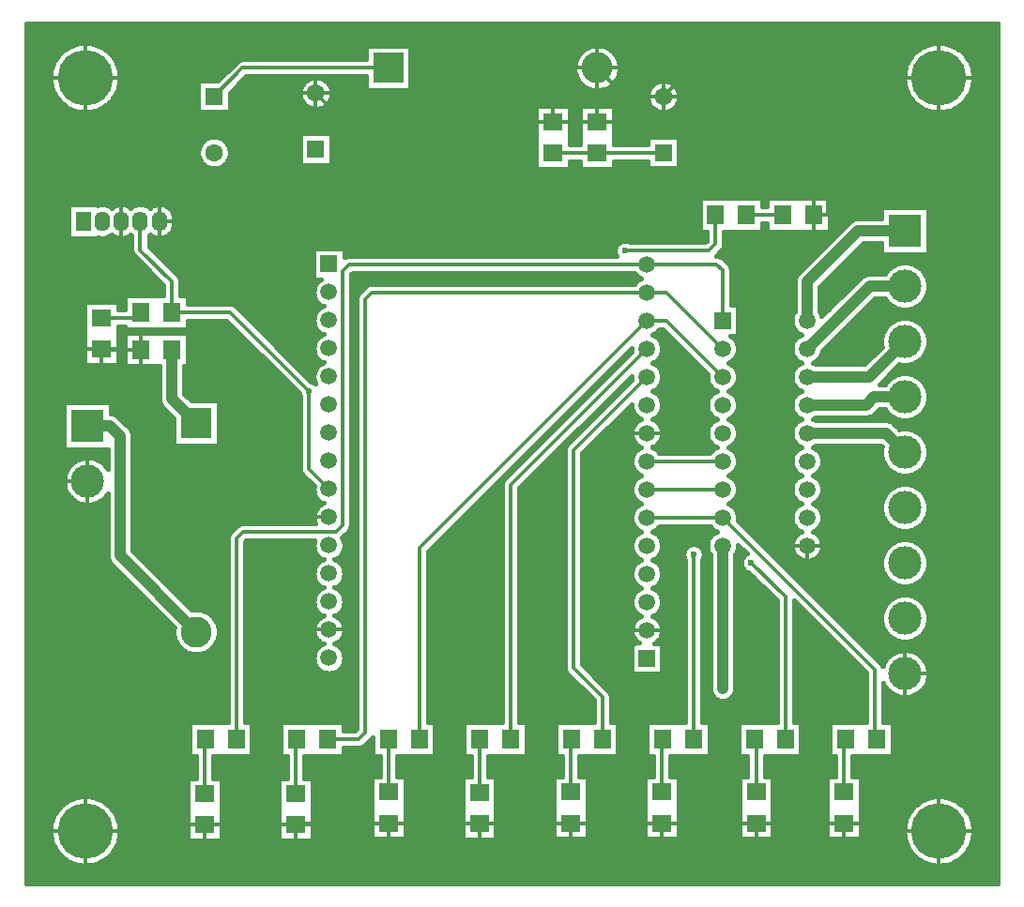
<source format=gbr>
G04 DipTrace 3.3.0.1*
G04 Top.gbr*
%MOIN*%
G04 #@! TF.FileFunction,Copper,L1,Top*
G04 #@! TF.Part,Single*
G04 #@! TA.AperFunction,CopperBalancing*
%ADD13C,0.011811*%
G04 #@! TA.AperFunction,Conductor*
%ADD14C,0.03937*%
G04 #@! TA.AperFunction,ViaPad*
%ADD15C,0.023622*%
G04 #@! TA.AperFunction,CopperBalancing*
%ADD16C,0.015748*%
%ADD17C,0.012992*%
%ADD18R,0.070866X0.062992*%
%ADD19R,0.062992X0.070866*%
G04 #@! TA.AperFunction,ComponentPad*
%ADD20C,0.062992*%
%ADD21R,0.062992X0.062992*%
%ADD22R,0.110236X0.110236*%
%ADD23C,0.110236*%
%ADD24R,0.059055X0.059055*%
%ADD25C,0.059055*%
%ADD26R,0.11811X0.11811*%
%ADD27C,0.11811*%
%ADD28R,0.055118X0.070866*%
%ADD29O,0.055118X0.070866*%
%ADD30C,0.19685*%
%FSLAX26Y26*%
G04*
G70*
G90*
G75*
G01*
G04 Top*
%LPD*%
X805295Y2754509D2*
D13*
Y2651633D1*
X917772Y2539156D1*
Y2431020D1*
X2662512Y2997843D2*
X2576594D1*
X2576264Y2997512D1*
X2427097D1*
X1404514Y2149243D2*
Y1872866D1*
X1475383Y1801997D1*
X917772Y2431020D2*
X1122738D1*
X1404514Y2149243D1*
X2427097Y2997512D2*
X2359672D1*
Y2997008D1*
X2270639D1*
X1475383Y1701997D2*
X1006592D1*
X806592Y1901997D1*
Y2298331D1*
X1428555Y3209573D2*
X1530885Y3107244D1*
X2270639D1*
X2662512Y3197843D2*
X2735117Y3270448D1*
X3222353D1*
X3245975Y3246825D1*
Y2776349D1*
X3196761D1*
X737972Y2754509D2*
Y2807660D1*
X761594Y2831282D1*
X872618D1*
Y2754509D1*
X666364Y2300066D2*
X558054D1*
Y2495336D1*
X737972Y2675255D1*
Y2754509D1*
X806592Y2298331D2*
X698133D1*
X696398Y2300066D1*
X666364D1*
X3245975Y3246825D2*
X3263692Y3264542D1*
X3640765D1*
X2427222Y3298882D2*
X2528261Y3197843D1*
X2662512D1*
X2427097Y3107748D2*
Y3172538D1*
X2427222Y3172663D1*
Y3298882D1*
X2270639Y3107244D2*
X2427097D1*
Y3107748D1*
X618134Y1830593D2*
X486412D1*
X467089Y1849916D1*
Y2219778D1*
X547377Y2300066D1*
X558054D1*
X1032906Y608946D2*
X872420D1*
X850850Y587377D1*
X609269D1*
X1357906Y608946D2*
X1032906D1*
X1687087Y615068D2*
X1357906D1*
Y608946D1*
X3304844Y615068D2*
X3441070D1*
X3468761Y587377D1*
X3640765D1*
X2992089Y615068D2*
X3134318D1*
X3304844D1*
X2657906D2*
X2759546D1*
X2992089D1*
X2332906D2*
X2535684D1*
X2657906D1*
X2009026Y614098D2*
X2249711D1*
X2250681Y615068D1*
X2332906D1*
X1687087D2*
X2009026Y614098D1*
X1003786Y2036629D2*
D14*
X916828Y2123587D1*
Y2298331D1*
X2873199Y1601445D2*
Y1094148D1*
D15*
X2871331Y1092280D1*
X2527455Y2648668D2*
D13*
X2824430D1*
X2848054Y2672291D1*
Y2776944D1*
X618134Y2027444D2*
D14*
X696249D1*
X732896Y1990797D1*
Y1565786D1*
X1003786Y1294896D1*
X1067571Y3197929D2*
D13*
X1168524Y3298882D1*
X1685490D1*
X3086525Y2776349D2*
X3008101D1*
X3007507Y2776944D1*
X2958290D1*
X807535Y2431020D2*
Y2410302D1*
X666364D1*
X3173199Y2401445D2*
D14*
Y2539072D1*
X3355030Y2720903D1*
X3520404D1*
X3173199Y2301445D2*
X3395807Y2524052D1*
X3520404D1*
X3173199Y2201445D2*
X3394647D1*
X3520404Y2327202D1*
X3173199Y2101445D2*
X3382689D1*
X3411596Y2130352D1*
X3520404D1*
X3173199Y2001445D2*
X3452461D1*
X3520404Y1933501D1*
X2873199Y2401445D2*
D13*
Y2579529D1*
X2851307Y2601421D1*
X2604228D1*
X1546251D1*
X1522629Y2577799D1*
Y1672865D1*
X1499007Y1649243D1*
X1169325D1*
X1145701Y1625618D1*
Y912566D1*
X2873199Y2301445D2*
X2673223Y2501421D1*
X2604228D1*
X1627432D1*
X1603807Y2477797D1*
Y936188D1*
X1580185Y912566D1*
X1470701D1*
X2873199Y2201445D2*
X2673223Y2401421D1*
X2604228D1*
X1795701Y1592894D1*
Y912566D1*
X2604228Y2301421D2*
X2120701Y1817894D1*
Y912566D1*
X2604228Y2201421D2*
X2343928Y1941121D1*
Y1166735D1*
X2445701Y1064962D1*
Y912566D1*
X2770701D2*
X2770703Y1570471D1*
X2873199Y1901445D2*
X2798890D1*
X2798866Y1901421D1*
X2604228D1*
X2975395Y1540059D2*
X3095701Y1419753D1*
Y912566D1*
X2873199Y1801445D2*
X2817316D1*
X2817293Y1801421D1*
X2604228D1*
Y1701421D2*
X2798871D1*
X2798895Y1701445D1*
X2873199D1*
X3413341Y1161303D1*
Y912566D1*
X3420701D1*
X1360465D2*
X1357906D1*
Y719182D1*
X1685465Y912566D2*
X1687087D1*
Y725304D1*
X1035465Y912566D2*
X1032906D1*
Y719182D1*
X2010465Y912566D2*
X2009026D1*
Y724335D1*
X2335465Y912566D2*
X2332906D1*
Y725304D1*
X2660465Y912566D2*
X2657906D1*
Y725304D1*
X2985465Y912566D2*
X2992089D1*
Y725304D1*
X3310465Y912566D2*
X3304844D1*
Y725304D1*
D15*
X1404514Y2149243D3*
X2871331Y1092280D3*
X2770703Y1570471D3*
X2975395Y1540059D3*
X2527455Y2648668D3*
X403165Y3441077D2*
D16*
X3848803D1*
X403165Y3425461D2*
X3848803D1*
X403165Y3409844D2*
X3848803D1*
X403165Y3394227D2*
X3848803D1*
X403165Y3378610D2*
X562539D1*
X655995D2*
X3594035D1*
X3687491D2*
X3848803D1*
X403165Y3362993D2*
X534488D1*
X684046D2*
X1604555D1*
X1766446D2*
X2378854D1*
X2475600D2*
X3565984D1*
X3715542D2*
X3848803D1*
X403165Y3347377D2*
X517203D1*
X701332D2*
X1604555D1*
X1766446D2*
X2362829D1*
X2491625D2*
X3548699D1*
X3732828D2*
X3848803D1*
X403165Y3331760D2*
X505084D1*
X713482D2*
X1604555D1*
X1766446D2*
X2353417D1*
X2501037D2*
X3536580D1*
X3744978D2*
X3848803D1*
X403165Y3316143D2*
X496411D1*
X722155D2*
X1141556D1*
X1766446D2*
X2348189D1*
X2506265D2*
X3527907D1*
X3753651D2*
X3848803D1*
X403165Y3300526D2*
X490413D1*
X728122D2*
X1125932D1*
X1766446D2*
X2346281D1*
X2508142D2*
X3521909D1*
X3759618D2*
X3848803D1*
X403165Y3284909D2*
X486722D1*
X731812D2*
X1110337D1*
X1766446D2*
X2347512D1*
X2506942D2*
X3518218D1*
X3763308D2*
X3848803D1*
X403165Y3269293D2*
X485122D1*
X733444D2*
X1094713D1*
X1766446D2*
X2352003D1*
X2502451D2*
X3516618D1*
X3764940D2*
X3848803D1*
X403165Y3253676D2*
X485492D1*
X733043D2*
X1010252D1*
X1167529D2*
X1392879D1*
X1464219D2*
X1604555D1*
X1766446D2*
X2360399D1*
X2494024D2*
X3516988D1*
X3764539D2*
X3848803D1*
X403165Y3238059D2*
X487921D1*
X730613D2*
X1010252D1*
X1151934D2*
X1379070D1*
X1478060D2*
X1604555D1*
X1766446D2*
X2374640D1*
X2479783D2*
X2622333D1*
X2702685D2*
X3519417D1*
X3762109D2*
X3848803D1*
X403165Y3222442D2*
X492474D1*
X726062D2*
X1010252D1*
X1136310D2*
X1372734D1*
X1484366D2*
X1604555D1*
X1766446D2*
X2404291D1*
X2450163D2*
X2610923D1*
X2714127D2*
X3523970D1*
X3757558D2*
X3848803D1*
X403165Y3206825D2*
X499455D1*
X719110D2*
X1010252D1*
X1124899D2*
X1371287D1*
X1485811D2*
X2605908D1*
X2719110D2*
X3530951D1*
X3750606D2*
X3848803D1*
X403165Y3191209D2*
X509360D1*
X709175D2*
X1010252D1*
X1124899D2*
X1374332D1*
X1482766D2*
X2605571D1*
X2719449D2*
X3540856D1*
X3740671D2*
X3848803D1*
X403165Y3175592D2*
X523201D1*
X695335D2*
X1010252D1*
X1124899D2*
X1382791D1*
X1474339D2*
X2609815D1*
X2715203D2*
X3554697D1*
X3726831D2*
X3848803D1*
X403165Y3159975D2*
X543531D1*
X675003D2*
X1010252D1*
X1124899D2*
X1401522D1*
X1455576D2*
X2209378D1*
X2331899D2*
X2365844D1*
X2488365D2*
X2620026D1*
X2704992D2*
X3575028D1*
X3706499D2*
X3848803D1*
X403165Y3144358D2*
X583087D1*
X635449D2*
X1010252D1*
X1124899D2*
X2209378D1*
X2331899D2*
X2365844D1*
X2488365D2*
X2645217D1*
X2679802D2*
X3614583D1*
X3666945D2*
X3848803D1*
X403165Y3128741D2*
X2209378D1*
X2331899D2*
X2365844D1*
X2488365D2*
X3848803D1*
X403165Y3113125D2*
X2209378D1*
X2331899D2*
X2365844D1*
X2488365D2*
X3848803D1*
X403165Y3097508D2*
X2209378D1*
X2331899D2*
X2365844D1*
X2488365D2*
X3848803D1*
X403165Y3081891D2*
X2209378D1*
X2331899D2*
X2365844D1*
X2488365D2*
X3848803D1*
X403165Y3066274D2*
X2209378D1*
X2331899D2*
X2365844D1*
X2488365D2*
X3848803D1*
X403165Y3050657D2*
X1047899D1*
X1087251D2*
X1371226D1*
X1485873D2*
X2209378D1*
X2331899D2*
X2365844D1*
X2488365D2*
X2605201D1*
X2719848D2*
X3848803D1*
X403165Y3035041D2*
X1024400D1*
X1110749D2*
X1371226D1*
X1485873D2*
X2209378D1*
X2331899D2*
X2365844D1*
X2488365D2*
X2605201D1*
X2719848D2*
X3848803D1*
X403165Y3019424D2*
X1014558D1*
X1120592D2*
X1371226D1*
X1485873D2*
X2209378D1*
X2719848D2*
X3848803D1*
X403165Y3003807D2*
X1010559D1*
X1124591D2*
X1371226D1*
X1485873D2*
X2209378D1*
X2719848D2*
X3848803D1*
X403165Y2988190D2*
X1011113D1*
X1124037D2*
X1371226D1*
X1485873D2*
X2209378D1*
X2719848D2*
X3848803D1*
X403165Y2972573D2*
X1016341D1*
X1118808D2*
X1371226D1*
X1485873D2*
X2209378D1*
X2719848D2*
X3848803D1*
X403165Y2956957D2*
X1028184D1*
X1106936D2*
X1371226D1*
X1485873D2*
X2209378D1*
X2331899D2*
X2365844D1*
X2488365D2*
X2605201D1*
X2719848D2*
X3848803D1*
X403165Y2941340D2*
X2209378D1*
X2331899D2*
X3848803D1*
X403165Y2925723D2*
X3848803D1*
X403165Y2910106D2*
X3848803D1*
X403165Y2894490D2*
X3848803D1*
X403165Y2878873D2*
X3848803D1*
X403165Y2863256D2*
X3848803D1*
X403165Y2847639D2*
X3848803D1*
X403165Y2832022D2*
X2790732D1*
X3015615D2*
X3029198D1*
X3254081D2*
X3848803D1*
X403165Y2816406D2*
X2790732D1*
X3015615D2*
X3029198D1*
X3254081D2*
X3848803D1*
X403165Y2800789D2*
X549929D1*
X908978D2*
X2790732D1*
X3254081D2*
X3435510D1*
X3605276D2*
X3848803D1*
X403165Y2785172D2*
X549929D1*
X920728D2*
X2790732D1*
X3254081D2*
X3435510D1*
X3605276D2*
X3848803D1*
X403165Y2769555D2*
X549929D1*
X925495D2*
X2790732D1*
X3254081D2*
X3435510D1*
X3605276D2*
X3848803D1*
X403165Y2753938D2*
X549929D1*
X926018D2*
X2790732D1*
X3254081D2*
X3324474D1*
X3605276D2*
X3848803D1*
X403165Y2738322D2*
X549929D1*
X925341D2*
X2790732D1*
X3015615D2*
X3029198D1*
X3254081D2*
X3308726D1*
X3605276D2*
X3848803D1*
X403165Y2722705D2*
X549929D1*
X920143D2*
X2790732D1*
X3015615D2*
X3029198D1*
X3254081D2*
X3293131D1*
X3605276D2*
X3848803D1*
X403165Y2707088D2*
X549929D1*
X907656D2*
X2816323D1*
X2879789D2*
X3277507D1*
X3605276D2*
X3848803D1*
X403165Y2691471D2*
X773570D1*
X837035D2*
X2816323D1*
X2879789D2*
X3261882D1*
X3605276D2*
X3848803D1*
X403165Y2675854D2*
X773570D1*
X837035D2*
X2502193D1*
X2879789D2*
X3246257D1*
X3373699D2*
X3435510D1*
X3605276D2*
X3848803D1*
X403165Y2660238D2*
X773570D1*
X840911D2*
X2491735D1*
X2877266D2*
X3230663D1*
X3358073D2*
X3435510D1*
X3605276D2*
X3848803D1*
X403165Y2644621D2*
X774400D1*
X856535D2*
X1420039D1*
X1530748D2*
X2490043D1*
X2864594D2*
X3215038D1*
X3342449D2*
X3435510D1*
X3605276D2*
X3848803D1*
X403165Y2629004D2*
X783689D1*
X872161D2*
X1420039D1*
X2865087D2*
X3199412D1*
X3326854D2*
X3848803D1*
X403165Y2613387D2*
X799314D1*
X887756D2*
X1420039D1*
X2883572D2*
X3183819D1*
X3311230D2*
X3848803D1*
X403165Y2597770D2*
X814940D1*
X903381D2*
X1420039D1*
X2898798D2*
X3168193D1*
X3295605D2*
X3480017D1*
X3560768D2*
X3848803D1*
X403165Y2582154D2*
X830564D1*
X919005D2*
X1420039D1*
X2904825D2*
X3152568D1*
X3279980D2*
X3459133D1*
X3581684D2*
X3848803D1*
X403165Y2566537D2*
X846159D1*
X934630D2*
X1420039D1*
X1555601D2*
X2561710D1*
X2904919D2*
X3137343D1*
X3264386D2*
X3383037D1*
X3593648D2*
X3848803D1*
X403165Y2550920D2*
X861783D1*
X947118D2*
X1420039D1*
X1554370D2*
X2581640D1*
X2904919D2*
X3129315D1*
X3248760D2*
X3358954D1*
X3600846D2*
X3848803D1*
X403165Y2535303D2*
X877408D1*
X949517D2*
X1431573D1*
X1554370D2*
X2560879D1*
X2904919D2*
X3127685D1*
X3233135D2*
X3343360D1*
X3604537D2*
X3848803D1*
X403165Y2519686D2*
X886051D1*
X949517D2*
X1423022D1*
X1554370D2*
X1601479D1*
X2904919D2*
X3127685D1*
X3218710D2*
X3327735D1*
X3605182D2*
X3848803D1*
X403165Y2504070D2*
X886051D1*
X949517D2*
X1420070D1*
X1554370D2*
X1585854D1*
X2904919D2*
X3127685D1*
X3218710D2*
X3312109D1*
X3602845D2*
X3848803D1*
X403165Y2488453D2*
X750224D1*
X975108D2*
X1421761D1*
X1554370D2*
X1574013D1*
X2904919D2*
X3127685D1*
X3218710D2*
X3296484D1*
X3597308D2*
X3848803D1*
X403165Y2472836D2*
X750224D1*
X975108D2*
X1428621D1*
X1554370D2*
X1572075D1*
X2904919D2*
X3127685D1*
X3218710D2*
X3280890D1*
X3408302D2*
X3453134D1*
X3587681D2*
X3848803D1*
X403165Y2457219D2*
X605109D1*
X727630D2*
X750224D1*
X1139262D2*
X1444030D1*
X1554370D2*
X1572075D1*
X2904919D2*
X3127685D1*
X3218710D2*
X3265265D1*
X3392677D2*
X3469097D1*
X3571718D2*
X3848803D1*
X403165Y2441602D2*
X605109D1*
X727630D2*
X750224D1*
X1156364D2*
X1437417D1*
X1554370D2*
X1572075D1*
X2928541D2*
X3127685D1*
X3218710D2*
X3249640D1*
X3377083D2*
X3506899D1*
X3533886D2*
X3848803D1*
X403165Y2425986D2*
X605109D1*
X1171988D2*
X1425668D1*
X1554370D2*
X1572075D1*
X2928541D2*
X3123780D1*
X3222617D2*
X3234024D1*
X3361457D2*
X3848803D1*
X403165Y2410369D2*
X605109D1*
X1187614D2*
X1420685D1*
X1554370D2*
X1572075D1*
X2928541D2*
X3118581D1*
X3345832D2*
X3514004D1*
X3526818D2*
X3848803D1*
X403165Y2394752D2*
X605109D1*
X975108D2*
X1114766D1*
X1203239D2*
X1420531D1*
X1554370D2*
X1572075D1*
X2928541D2*
X3118273D1*
X3330207D2*
X3470081D1*
X3570734D2*
X3848803D1*
X403165Y2379135D2*
X605109D1*
X727630D2*
X750224D1*
X975108D2*
X1130392D1*
X1218833D2*
X1425144D1*
X1554370D2*
X1572075D1*
X2928541D2*
X3122702D1*
X3314613D2*
X3453688D1*
X3587127D2*
X3848803D1*
X403165Y2363518D2*
X605109D1*
X727630D2*
X1146017D1*
X1234458D2*
X1436248D1*
X1554370D2*
X1572075D1*
X2643969D2*
X2666902D1*
X2928541D2*
X3133499D1*
X3298988D2*
X3443845D1*
X3596940D2*
X3848803D1*
X403165Y2347902D2*
X605109D1*
X727630D2*
X749272D1*
X974154D2*
X1161642D1*
X1250083D2*
X1445783D1*
X1554370D2*
X1572075D1*
X2632865D2*
X2682526D1*
X2928541D2*
X3144541D1*
X3283364D2*
X3438125D1*
X3602660D2*
X3848803D1*
X403165Y2332285D2*
X605109D1*
X727630D2*
X749272D1*
X974154D2*
X1177236D1*
X1265709D2*
X1429358D1*
X1554370D2*
X1572075D1*
X2649843D2*
X2698121D1*
X2918820D2*
X3127562D1*
X3267738D2*
X3435664D1*
X3605121D2*
X3848803D1*
X403165Y2316668D2*
X605109D1*
X727630D2*
X749272D1*
X974154D2*
X1192861D1*
X1281302D2*
X1422068D1*
X1554370D2*
X1572075D1*
X2657379D2*
X2713745D1*
X2926357D2*
X3120058D1*
X3252144D2*
X3436186D1*
X3604629D2*
X3848803D1*
X403165Y2301051D2*
X605109D1*
X727630D2*
X749272D1*
X974154D2*
X1208486D1*
X1296928D2*
X1420039D1*
X1554370D2*
X1572075D1*
X2659593D2*
X2729370D1*
X2928541D2*
X3117843D1*
X3236518D2*
X3430528D1*
X3601062D2*
X3848803D1*
X403165Y2285434D2*
X605109D1*
X727630D2*
X749272D1*
X974154D2*
X1224112D1*
X1312552D2*
X1422654D1*
X1554370D2*
X1572075D1*
X2532471D2*
X2544024D1*
X2657164D2*
X2744996D1*
X2926110D2*
X3120273D1*
X3226122D2*
X3414933D1*
X3594049D2*
X3848803D1*
X403165Y2269818D2*
X605109D1*
X727630D2*
X749272D1*
X974154D2*
X1239705D1*
X1328177D2*
X1430711D1*
X1554370D2*
X1572075D1*
X2516846D2*
X2528399D1*
X2649320D2*
X2760591D1*
X2918268D2*
X3128115D1*
X3218280D2*
X3399308D1*
X3582361D2*
X3848803D1*
X403165Y2254201D2*
X605109D1*
X727630D2*
X749272D1*
X974154D2*
X1255331D1*
X1343772D2*
X1449167D1*
X1554370D2*
X1572075D1*
X2501220D2*
X2512774D1*
X2631542D2*
X2776215D1*
X2900458D2*
X3145925D1*
X3200471D2*
X3383682D1*
X3562122D2*
X3848803D1*
X403165Y2238584D2*
X871319D1*
X962343D2*
X1270955D1*
X1359396D2*
X1434403D1*
X1554370D2*
X1572075D1*
X2485627D2*
X2497180D1*
X2644676D2*
X2791840D1*
X2913684D2*
X3132730D1*
X3495500D2*
X3848803D1*
X403165Y2222967D2*
X871319D1*
X962343D2*
X1286580D1*
X1375021D2*
X1424283D1*
X1554370D2*
X1572075D1*
X2470001D2*
X2481555D1*
X2655072D2*
X2807465D1*
X2924050D2*
X3122333D1*
X3479875D2*
X3848803D1*
X403165Y2207350D2*
X871319D1*
X962343D2*
X1302175D1*
X1390615D2*
X1420285D1*
X1554370D2*
X1572075D1*
X2454377D2*
X2465929D1*
X2659255D2*
X2818169D1*
X2928232D2*
X3118181D1*
X3464251D2*
X3487029D1*
X3553786D2*
X3848803D1*
X403165Y2191734D2*
X871319D1*
X962343D2*
X1317799D1*
X1406240D2*
X1421024D1*
X1554370D2*
X1572075D1*
X2438752D2*
X2450304D1*
X2538777D2*
X2549744D1*
X2658701D2*
X2818722D1*
X2927678D2*
X3118735D1*
X3448656D2*
X3462516D1*
X3578301D2*
X3848803D1*
X403165Y2176117D2*
X871319D1*
X962343D2*
X1333425D1*
X1554370D2*
X1572075D1*
X2423157D2*
X2434710D1*
X2523151D2*
X2534705D1*
X2653257D2*
X2824197D1*
X2922205D2*
X3124178D1*
X3433031D2*
X3449228D1*
X3591588D2*
X3848803D1*
X403165Y2160500D2*
X871319D1*
X962343D2*
X1349018D1*
X1554370D2*
X1572075D1*
X2407533D2*
X2419085D1*
X2507526D2*
X2519079D1*
X2640709D2*
X2836747D1*
X2909655D2*
X3136759D1*
X3599646D2*
X3848803D1*
X403165Y2144883D2*
X871319D1*
X962343D2*
X1364644D1*
X1554370D2*
X1572075D1*
X2391908D2*
X2403461D1*
X2491902D2*
X2503454D1*
X2637479D2*
X2839915D1*
X2906487D2*
X3139927D1*
X3604014D2*
X3848803D1*
X403165Y2129266D2*
X871319D1*
X974862D2*
X1372795D1*
X1554370D2*
X1572075D1*
X2376282D2*
X2387835D1*
X2476307D2*
X2487860D1*
X2651811D2*
X2825612D1*
X2920789D2*
X3125593D1*
X3605276D2*
X3848803D1*
X403165Y2113650D2*
X872457D1*
X1084728D2*
X1372795D1*
X1554370D2*
X1572075D1*
X2360689D2*
X2372241D1*
X2460682D2*
X2472235D1*
X2658178D2*
X2819245D1*
X2927156D2*
X3119257D1*
X3603583D2*
X3848803D1*
X403165Y2098033D2*
X533259D1*
X703024D2*
X879500D1*
X1084728D2*
X1372795D1*
X1554370D2*
X1572075D1*
X2345063D2*
X2356615D1*
X2445058D2*
X2456610D1*
X2659470D2*
X2817953D1*
X2928448D2*
X3117966D1*
X3598755D2*
X3848803D1*
X403165Y2082416D2*
X533259D1*
X703024D2*
X894294D1*
X1084728D2*
X1372795D1*
X1554370D2*
X1572075D1*
X2329438D2*
X2340991D1*
X2429432D2*
X2440984D1*
X2529457D2*
X2552360D1*
X2656118D2*
X2821337D1*
X2925064D2*
X3121319D1*
X3427371D2*
X3450705D1*
X3590112D2*
X3848803D1*
X403165Y2066799D2*
X533259D1*
X717357D2*
X909920D1*
X1084728D2*
X1372795D1*
X1554370D2*
X1572075D1*
X2313844D2*
X2325396D1*
X2413839D2*
X2425391D1*
X2513832D2*
X2561495D1*
X2646951D2*
X2830503D1*
X2915899D2*
X3130484D1*
X3411285D2*
X3464976D1*
X3575840D2*
X3848803D1*
X403165Y2051182D2*
X533259D1*
X736211D2*
X922837D1*
X1084728D2*
X1372795D1*
X1554370D2*
X1572075D1*
X2298219D2*
X2309772D1*
X2398213D2*
X2409765D1*
X2498207D2*
X2582256D1*
X2626190D2*
X2851172D1*
X2895230D2*
X3151184D1*
X3195241D2*
X3492904D1*
X3547912D2*
X3848803D1*
X403165Y2035566D2*
X533259D1*
X751836D2*
X922837D1*
X1084728D2*
X1372795D1*
X1554370D2*
X1572075D1*
X2282594D2*
X2294147D1*
X2382588D2*
X2394140D1*
X2482581D2*
X2561094D1*
X2647352D2*
X2830041D1*
X2916329D2*
X3130054D1*
X3481720D2*
X3848803D1*
X403165Y2019949D2*
X533259D1*
X767339D2*
X922837D1*
X1084728D2*
X1372795D1*
X1554370D2*
X1572075D1*
X2266969D2*
X2278522D1*
X2366993D2*
X2378546D1*
X2466988D2*
X2552175D1*
X2656302D2*
X2821122D1*
X2925280D2*
X3121134D1*
X3497654D2*
X3848803D1*
X403165Y2004332D2*
X533259D1*
X776259D2*
X922837D1*
X1084728D2*
X1372795D1*
X1554370D2*
X1572075D1*
X2251375D2*
X2262928D1*
X2351369D2*
X2362921D1*
X2451362D2*
X2548945D1*
X2659501D2*
X2817923D1*
X2928479D2*
X3117934D1*
X3565844D2*
X3848803D1*
X403165Y1988715D2*
X533259D1*
X778411D2*
X922837D1*
X1084728D2*
X1372795D1*
X1554370D2*
X1572075D1*
X2235749D2*
X2247303D1*
X2335744D2*
X2347297D1*
X2435738D2*
X2550391D1*
X2658055D2*
X2819369D1*
X2927033D2*
X3119381D1*
X3584360D2*
X3848803D1*
X403165Y1973098D2*
X533259D1*
X778411D2*
X922837D1*
X1084728D2*
X1372795D1*
X1554370D2*
X1572075D1*
X2220125D2*
X2231677D1*
X2320118D2*
X2331672D1*
X2420143D2*
X2556942D1*
X2651535D2*
X2825920D1*
X2920482D2*
X3125932D1*
X3595278D2*
X3848803D1*
X403165Y1957482D2*
X533259D1*
X778411D2*
X922837D1*
X1084728D2*
X1372795D1*
X1554370D2*
X1572075D1*
X2204500D2*
X2216052D1*
X2304525D2*
X2317030D1*
X2404518D2*
X2571644D1*
X2636802D2*
X2840652D1*
X2905748D2*
X3140634D1*
X3205761D2*
X3432711D1*
X3601769D2*
X3848803D1*
X403165Y1941865D2*
X687386D1*
X778411D2*
X1372795D1*
X1554370D2*
X1572075D1*
X2188906D2*
X2200458D1*
X2288899D2*
X2312202D1*
X2388894D2*
X2567215D1*
X2641261D2*
X2836161D1*
X2910239D2*
X3136143D1*
X3210252D2*
X3435941D1*
X3604875D2*
X3848803D1*
X403165Y1926248D2*
X687386D1*
X778411D2*
X1372795D1*
X1554370D2*
X1572075D1*
X2173281D2*
X2184833D1*
X2273274D2*
X2312202D1*
X2375668D2*
X2554942D1*
X2922480D2*
X3123902D1*
X3222493D2*
X3435848D1*
X3604967D2*
X3848803D1*
X403165Y1910631D2*
X593451D1*
X642831D2*
X687386D1*
X778411D2*
X1372795D1*
X1554370D2*
X1572075D1*
X2157656D2*
X2169209D1*
X2257650D2*
X2312202D1*
X2375668D2*
X2549684D1*
X2927772D2*
X3118642D1*
X3227753D2*
X3438709D1*
X3602076D2*
X3848803D1*
X403165Y1895014D2*
X563740D1*
X672542D2*
X687386D1*
X778411D2*
X1372795D1*
X1554370D2*
X1572075D1*
X2142030D2*
X2153583D1*
X2242055D2*
X2312202D1*
X2375668D2*
X2549252D1*
X2928171D2*
X3118243D1*
X3228152D2*
X3444953D1*
X3595864D2*
X3848803D1*
X403165Y1879398D2*
X549037D1*
X778411D2*
X1372795D1*
X1554370D2*
X1572075D1*
X2126437D2*
X2137990D1*
X2226430D2*
X2312202D1*
X2375668D2*
X2553589D1*
X2923835D2*
X3122579D1*
X3223816D2*
X3455472D1*
X3585314D2*
X3848803D1*
X403165Y1863781D2*
X540148D1*
X778411D2*
X1374178D1*
X1554370D2*
X1572075D1*
X2110811D2*
X2122364D1*
X2210806D2*
X2312202D1*
X2375668D2*
X2564232D1*
X2913161D2*
X3133222D1*
X3213173D2*
X3473219D1*
X3567566D2*
X3848803D1*
X403165Y1848164D2*
X535135D1*
X778411D2*
X1385005D1*
X1554370D2*
X1572075D1*
X2095186D2*
X2106739D1*
X2195180D2*
X2312202D1*
X2375668D2*
X2576043D1*
X2901412D2*
X3145001D1*
X3201424D2*
X3848803D1*
X403165Y1832547D2*
X533289D1*
X778411D2*
X1400600D1*
X1554370D2*
X1572075D1*
X2079592D2*
X2092776D1*
X2179587D2*
X2312202D1*
X2375668D2*
X2558787D1*
X2918636D2*
X3127747D1*
X3218648D2*
X3848803D1*
X403165Y1816930D2*
X534366D1*
X778411D2*
X1416224D1*
X1554370D2*
X1572075D1*
X2063967D2*
X2088961D1*
X2163961D2*
X2312202D1*
X2375668D2*
X2551160D1*
X2926264D2*
X3120118D1*
X3226277D2*
X3496564D1*
X3544220D2*
X3848803D1*
X403165Y1801314D2*
X538580D1*
X778411D2*
X1420039D1*
X1554370D2*
X1572075D1*
X2048343D2*
X2088961D1*
X2152427D2*
X2312202D1*
X2375668D2*
X2548883D1*
X2928541D2*
X3117843D1*
X3228552D2*
X3466299D1*
X3574517D2*
X3848803D1*
X403165Y1785697D2*
X546392D1*
X778411D2*
X1422560D1*
X1554370D2*
X1572075D1*
X2032717D2*
X2088961D1*
X2152427D2*
X2312202D1*
X2375668D2*
X2551220D1*
X2926202D2*
X3120211D1*
X3226184D2*
X3451504D1*
X3589311D2*
X3848803D1*
X403165Y1770080D2*
X559311D1*
X676971D2*
X687386D1*
X778411D2*
X1430528D1*
X1554370D2*
X1572075D1*
X2017123D2*
X2088961D1*
X2152427D2*
X2312202D1*
X2375668D2*
X2558941D1*
X2918451D2*
X3127932D1*
X3218465D2*
X3442522D1*
X3598293D2*
X3848803D1*
X403165Y1754463D2*
X582717D1*
X653534D2*
X687386D1*
X778411D2*
X1448643D1*
X1554370D2*
X1572075D1*
X2001497D2*
X2088961D1*
X2152427D2*
X2312202D1*
X2375668D2*
X2576442D1*
X2900950D2*
X3145463D1*
X3200932D2*
X3437448D1*
X3603367D2*
X3848803D1*
X403165Y1738846D2*
X687386D1*
X778411D2*
X1434648D1*
X1554370D2*
X1572075D1*
X1985873D2*
X2088961D1*
X2152427D2*
X2312202D1*
X2375668D2*
X2564047D1*
X2913407D2*
X3132975D1*
X3213420D2*
X3435541D1*
X3605244D2*
X3848803D1*
X403165Y1723230D2*
X687386D1*
X778411D2*
X1424407D1*
X1554370D2*
X1572075D1*
X1970248D2*
X2088961D1*
X2152427D2*
X2312202D1*
X2375668D2*
X2553497D1*
X2923957D2*
X3122457D1*
X3223938D2*
X3436617D1*
X3604198D2*
X3848803D1*
X403165Y1707613D2*
X687386D1*
X778411D2*
X1420315D1*
X1554370D2*
X1572075D1*
X1954654D2*
X2088961D1*
X2152427D2*
X2312202D1*
X2375668D2*
X2549222D1*
X2928202D2*
X3118211D1*
X3228214D2*
X3440739D1*
X3600046D2*
X3848803D1*
X403165Y1691996D2*
X687386D1*
X778411D2*
X1420962D1*
X1554370D2*
X1572075D1*
X1939029D2*
X2088961D1*
X2152427D2*
X2312202D1*
X2375668D2*
X2549714D1*
X2927710D2*
X3118673D1*
X3227722D2*
X3448490D1*
X3592295D2*
X3848803D1*
X403165Y1676379D2*
X687386D1*
X778411D2*
X1154598D1*
X1554370D2*
X1572075D1*
X1923404D2*
X2088961D1*
X2152427D2*
X2312202D1*
X2375668D2*
X2555066D1*
X2942504D2*
X3124055D1*
X3222370D2*
X3461316D1*
X3579500D2*
X3848803D1*
X403165Y1660762D2*
X687386D1*
X778411D2*
X1136635D1*
X1551818D2*
X1572075D1*
X1907778D2*
X2088961D1*
X2152427D2*
X2312202D1*
X2375668D2*
X2567461D1*
X2641016D2*
X2836438D1*
X2958098D2*
X3136451D1*
X3209944D2*
X3484476D1*
X3556339D2*
X3848803D1*
X403165Y1645146D2*
X687386D1*
X778411D2*
X1121134D1*
X1539146D2*
X1572075D1*
X1892185D2*
X2088961D1*
X2152427D2*
X2312202D1*
X2375668D2*
X2571337D1*
X2637109D2*
X2840283D1*
X2973723D2*
X3140265D1*
X3206130D2*
X3848803D1*
X403165Y1629529D2*
X687386D1*
X778411D2*
X1114213D1*
X1523521D2*
X1572075D1*
X1876559D2*
X2088961D1*
X2152427D2*
X2312202D1*
X2375668D2*
X2556819D1*
X2651657D2*
X2825766D1*
X2989349D2*
X3125748D1*
X3220648D2*
X3848803D1*
X403165Y1613912D2*
X687386D1*
X778411D2*
X1113967D1*
X1178232D2*
X1421361D1*
X1529395D2*
X1572075D1*
X1860934D2*
X2088961D1*
X2152427D2*
X2312202D1*
X2375668D2*
X2550360D1*
X2658117D2*
X2819307D1*
X3004942D2*
X3119319D1*
X3227076D2*
X3480786D1*
X3560030D2*
X3848803D1*
X403165Y1598295D2*
X687386D1*
X778411D2*
X1113967D1*
X1177433D2*
X1420161D1*
X1530594D2*
X1572075D1*
X1845340D2*
X2088961D1*
X2152427D2*
X2312202D1*
X2375668D2*
X2548976D1*
X2659501D2*
X2746196D1*
X2795236D2*
X2817923D1*
X3020568D2*
X3117934D1*
X3228461D2*
X3459501D1*
X3581283D2*
X3848803D1*
X403165Y1582678D2*
X687386D1*
X779703D2*
X1113967D1*
X1177433D2*
X1423606D1*
X1527150D2*
X1572075D1*
X1829715D2*
X2088961D1*
X2152427D2*
X2312202D1*
X2375668D2*
X2552236D1*
X2656210D2*
X2735184D1*
X2806217D2*
X2821214D1*
X2925188D2*
X2947752D1*
X3036193D2*
X3121226D1*
X3225169D2*
X3447413D1*
X3593403D2*
X3848803D1*
X403165Y1567062D2*
X687386D1*
X795328D2*
X1113967D1*
X1177433D2*
X1432927D1*
X1517831D2*
X1572075D1*
X1827440D2*
X2088961D1*
X2152427D2*
X2312202D1*
X2375668D2*
X2561280D1*
X2647167D2*
X2733215D1*
X2808185D2*
X2827673D1*
X2918698D2*
X2949904D1*
X3051818D2*
X3130269D1*
X3216126D2*
X3440123D1*
X3600692D2*
X3848803D1*
X403165Y1551445D2*
X689785D1*
X810953D2*
X1113967D1*
X1177433D2*
X1452673D1*
X1498114D2*
X1572075D1*
X1827440D2*
X2088961D1*
X2152427D2*
X2312202D1*
X2375668D2*
X2582778D1*
X2625668D2*
X2738505D1*
X2802925D2*
X2827673D1*
X2918698D2*
X2939601D1*
X3067412D2*
X3151831D1*
X3194566D2*
X3436340D1*
X3604475D2*
X3848803D1*
X403165Y1535828D2*
X699167D1*
X826577D2*
X1113967D1*
X1177433D2*
X1432004D1*
X1518753D2*
X1572075D1*
X1827440D2*
X2088961D1*
X2152427D2*
X2312202D1*
X2375668D2*
X2561310D1*
X2647136D2*
X2738967D1*
X2802433D2*
X2827673D1*
X2918698D2*
X2938001D1*
X3083037D2*
X3435602D1*
X3605182D2*
X3848803D1*
X403165Y1520211D2*
X714761D1*
X842172D2*
X1113967D1*
X1177433D2*
X1423207D1*
X1527550D2*
X1572075D1*
X1827440D2*
X2088961D1*
X2152427D2*
X2312202D1*
X2375668D2*
X2552266D1*
X2656180D2*
X2738967D1*
X2802433D2*
X2827673D1*
X2918698D2*
X2943722D1*
X3098661D2*
X3437848D1*
X3602937D2*
X3848803D1*
X403165Y1504594D2*
X730386D1*
X857797D2*
X1113967D1*
X1177433D2*
X1420100D1*
X1530688D2*
X1572075D1*
X1827440D2*
X2088961D1*
X2152427D2*
X2312202D1*
X2375668D2*
X2548976D1*
X2659501D2*
X2738967D1*
X2802433D2*
X2827673D1*
X2918698D2*
X2966636D1*
X3114287D2*
X3443323D1*
X3597493D2*
X3848803D1*
X403165Y1488978D2*
X745980D1*
X873423D2*
X1113967D1*
X1177433D2*
X1421638D1*
X1529150D2*
X1572075D1*
X1827440D2*
X2088961D1*
X2152427D2*
X2312202D1*
X2375668D2*
X2550329D1*
X2658117D2*
X2738967D1*
X2802433D2*
X2827673D1*
X2918698D2*
X2982262D1*
X3129882D2*
X3452827D1*
X3587990D2*
X3848803D1*
X403165Y1473361D2*
X761605D1*
X889047D2*
X1113967D1*
X1177433D2*
X1428282D1*
X1522475D2*
X1572075D1*
X1827440D2*
X2088961D1*
X2152427D2*
X2312202D1*
X2375668D2*
X2556789D1*
X2651689D2*
X2738967D1*
X2802433D2*
X2827673D1*
X2918698D2*
X2997856D1*
X3145507D2*
X3468575D1*
X3572241D2*
X3848803D1*
X403165Y1457744D2*
X777230D1*
X904642D2*
X1113967D1*
X1177433D2*
X1443261D1*
X1507526D2*
X1572075D1*
X1827440D2*
X2088961D1*
X2152427D2*
X2312202D1*
X2375668D2*
X2571276D1*
X2637171D2*
X2738967D1*
X2802433D2*
X2827673D1*
X2918698D2*
X3013482D1*
X3161131D2*
X3504438D1*
X3536346D2*
X3848803D1*
X403165Y1442127D2*
X792854D1*
X920266D2*
X1113967D1*
X1177433D2*
X1438001D1*
X1512756D2*
X1572075D1*
X1827440D2*
X2088961D1*
X2152427D2*
X2312202D1*
X2375668D2*
X2567492D1*
X2640954D2*
X2738967D1*
X2802433D2*
X2827673D1*
X2918698D2*
X3029106D1*
X3176756D2*
X3848803D1*
X403165Y1426510D2*
X808449D1*
X935891D2*
X1113967D1*
X1177433D2*
X1425945D1*
X1524812D2*
X1572075D1*
X1827440D2*
X2088961D1*
X2152427D2*
X2312202D1*
X2375668D2*
X2555097D1*
X2653381D2*
X2738967D1*
X2802433D2*
X2827673D1*
X2918698D2*
X3044731D1*
X3192350D2*
X3848803D1*
X403165Y1410894D2*
X824075D1*
X951486D2*
X1113967D1*
X1177433D2*
X1420777D1*
X1530010D2*
X1572075D1*
X1827440D2*
X2088961D1*
X2152427D2*
X2312202D1*
X2375668D2*
X2549714D1*
X2658732D2*
X2738967D1*
X2802433D2*
X2827673D1*
X2918698D2*
X3060325D1*
X3207975D2*
X3470635D1*
X3570180D2*
X3848803D1*
X403165Y1395277D2*
X839699D1*
X967110D2*
X1113967D1*
X1177433D2*
X1420438D1*
X1530318D2*
X1572075D1*
X1827440D2*
X2088961D1*
X2152427D2*
X2312202D1*
X2375668D2*
X2549222D1*
X2659224D2*
X2738967D1*
X2802433D2*
X2827673D1*
X2918698D2*
X3063955D1*
X3223601D2*
X3453996D1*
X3586790D2*
X3848803D1*
X403165Y1379660D2*
X855324D1*
X982736D2*
X1113967D1*
X1177433D2*
X1424899D1*
X1525888D2*
X1572075D1*
X1827440D2*
X2088961D1*
X2152427D2*
X2312202D1*
X2375668D2*
X2553466D1*
X2654980D2*
X2738967D1*
X2802433D2*
X2827673D1*
X2918698D2*
X3063955D1*
X3127421D2*
X3150753D1*
X3239194D2*
X3444060D1*
X3596755D2*
X3848803D1*
X403165Y1364043D2*
X870919D1*
X1044312D2*
X1113967D1*
X1177433D2*
X1435694D1*
X1515062D2*
X1572075D1*
X1827440D2*
X2088961D1*
X2152427D2*
X2312202D1*
X2375668D2*
X2563986D1*
X2644461D2*
X2738967D1*
X2802433D2*
X2827673D1*
X2918698D2*
X3063955D1*
X3127421D2*
X3166378D1*
X3254820D2*
X3438248D1*
X3602568D2*
X3848803D1*
X403165Y1348427D2*
X886543D1*
X1063967D2*
X1113967D1*
X1177433D2*
X1446675D1*
X1504113D2*
X1572075D1*
X1827440D2*
X2088961D1*
X2152427D2*
X2312202D1*
X2375668D2*
X2576535D1*
X2631942D2*
X2738967D1*
X2802433D2*
X2827673D1*
X2918698D2*
X3063955D1*
X3127421D2*
X3182004D1*
X3270445D2*
X3435694D1*
X3605121D2*
X3848803D1*
X403165Y1332810D2*
X902168D1*
X1075101D2*
X1113967D1*
X1177433D2*
X1429727D1*
X1521029D2*
X1572075D1*
X1827440D2*
X2088961D1*
X2152427D2*
X2312202D1*
X2375668D2*
X2558972D1*
X2649474D2*
X2738967D1*
X2802433D2*
X2827673D1*
X2918698D2*
X3063955D1*
X3127421D2*
X3197598D1*
X3286070D2*
X3436156D1*
X3604660D2*
X3848803D1*
X403165Y1317193D2*
X917794D1*
X1081530D2*
X1113967D1*
X1177433D2*
X1422223D1*
X1528534D2*
X1572075D1*
X1827440D2*
X2088961D1*
X2152427D2*
X2312202D1*
X2375668D2*
X2551252D1*
X2657224D2*
X2738967D1*
X2802433D2*
X2827673D1*
X2918698D2*
X3063955D1*
X3127421D2*
X3213223D1*
X3301664D2*
X3439601D1*
X3601215D2*
X3848803D1*
X403165Y1301576D2*
X923114D1*
X1084451D2*
X1113967D1*
X1177433D2*
X1420039D1*
X1530748D2*
X1572075D1*
X1827440D2*
X2088961D1*
X2152427D2*
X2312202D1*
X2375668D2*
X2548883D1*
X2659593D2*
X2738967D1*
X2802433D2*
X2827673D1*
X2918698D2*
X3063955D1*
X3127421D2*
X3228848D1*
X3317289D2*
X3446521D1*
X3594294D2*
X3848803D1*
X403165Y1285959D2*
X923361D1*
X1084236D2*
X1113967D1*
X1177433D2*
X1422469D1*
X1528287D2*
X1572075D1*
X1827440D2*
X2088961D1*
X2152427D2*
X2312202D1*
X2375668D2*
X2551160D1*
X2657318D2*
X2738967D1*
X2802433D2*
X2827673D1*
X2918698D2*
X3063955D1*
X3127421D2*
X3244472D1*
X3332913D2*
X3458055D1*
X3582730D2*
X3848803D1*
X403165Y1270343D2*
X926744D1*
X1080823D2*
X1113967D1*
X1177433D2*
X1430343D1*
X1520445D2*
X1572075D1*
X1827440D2*
X2088961D1*
X2152427D2*
X2312202D1*
X2375668D2*
X2558757D1*
X2649689D2*
X2738967D1*
X2802433D2*
X2827673D1*
X2918698D2*
X3063955D1*
X3127421D2*
X3260067D1*
X3348539D2*
X3477987D1*
X3562829D2*
X3848803D1*
X403165Y1254726D2*
X933757D1*
X1073810D2*
X1113967D1*
X1177433D2*
X1448151D1*
X1502605D2*
X1572075D1*
X1827440D2*
X2088961D1*
X2152427D2*
X2312202D1*
X2375668D2*
X2548883D1*
X2659593D2*
X2738967D1*
X2802433D2*
X2827673D1*
X2918698D2*
X3063955D1*
X3127421D2*
X3275692D1*
X3364134D2*
X3848803D1*
X403165Y1239109D2*
X945752D1*
X1061814D2*
X1113967D1*
X1177433D2*
X1434895D1*
X1515892D2*
X1572075D1*
X1827440D2*
X2088961D1*
X2152427D2*
X2312202D1*
X2375668D2*
X2548883D1*
X2659593D2*
X2738967D1*
X2802433D2*
X2827673D1*
X2918698D2*
X3063955D1*
X3127421D2*
X3291318D1*
X3379759D2*
X3848803D1*
X403165Y1223492D2*
X967559D1*
X1040007D2*
X1113967D1*
X1177433D2*
X1424499D1*
X1526259D2*
X1572075D1*
X1827440D2*
X2088961D1*
X2152427D2*
X2312202D1*
X2375668D2*
X2548883D1*
X2659593D2*
X2738967D1*
X2802433D2*
X2827673D1*
X2918698D2*
X3063955D1*
X3127421D2*
X3306942D1*
X3395383D2*
X3488013D1*
X3552802D2*
X3848803D1*
X403165Y1207875D2*
X1113967D1*
X1177433D2*
X1420346D1*
X1530411D2*
X1572075D1*
X1827440D2*
X2088961D1*
X2152427D2*
X2312202D1*
X2375668D2*
X2548883D1*
X2659593D2*
X2738967D1*
X2802433D2*
X2827673D1*
X2918698D2*
X3063955D1*
X3127421D2*
X3322537D1*
X3411008D2*
X3462946D1*
X3577870D2*
X3848803D1*
X403165Y1192259D2*
X1113967D1*
X1177433D2*
X1420930D1*
X1529857D2*
X1572075D1*
X1827440D2*
X2088961D1*
X2152427D2*
X2312202D1*
X2375668D2*
X2548883D1*
X2659593D2*
X2738967D1*
X2802433D2*
X2827673D1*
X2918698D2*
X3063955D1*
X3127421D2*
X3338161D1*
X3426602D2*
X3449474D1*
X3591341D2*
X3848803D1*
X403165Y1176642D2*
X1113967D1*
X1177433D2*
X1426375D1*
X1524382D2*
X1572075D1*
X1827440D2*
X2088961D1*
X2152427D2*
X2312202D1*
X2378251D2*
X2548883D1*
X2659593D2*
X2738967D1*
X2802433D2*
X2827673D1*
X2918698D2*
X3063955D1*
X3127421D2*
X3353786D1*
X3599492D2*
X3848803D1*
X403165Y1161025D2*
X1113967D1*
X1177433D2*
X1438986D1*
X1511802D2*
X1572075D1*
X1827440D2*
X2088961D1*
X2152427D2*
X2312756D1*
X2393877D2*
X2548883D1*
X2659593D2*
X2738967D1*
X2802433D2*
X2827673D1*
X2918698D2*
X3063955D1*
X3127421D2*
X3369381D1*
X3603953D2*
X3848803D1*
X403165Y1145408D2*
X1113967D1*
X1177433D2*
X1572075D1*
X1827440D2*
X2088961D1*
X2152427D2*
X2321029D1*
X2409470D2*
X2738967D1*
X2802433D2*
X2827673D1*
X2918698D2*
X3063955D1*
X3127421D2*
X3381622D1*
X3605276D2*
X3848803D1*
X403165Y1129791D2*
X1113967D1*
X1177433D2*
X1572075D1*
X1827440D2*
X2088961D1*
X2152427D2*
X2336654D1*
X2425096D2*
X2738967D1*
X2802433D2*
X2827673D1*
X2918698D2*
X3063955D1*
X3127421D2*
X3381622D1*
X3603676D2*
X3848803D1*
X403165Y1114175D2*
X1113967D1*
X1177433D2*
X1572075D1*
X1827440D2*
X2088961D1*
X2152427D2*
X2352280D1*
X2440720D2*
X2738967D1*
X2802433D2*
X2827673D1*
X2918698D2*
X3063955D1*
X3127421D2*
X3381622D1*
X3598938D2*
X3848803D1*
X403165Y1098558D2*
X1113967D1*
X1177433D2*
X1572075D1*
X1827440D2*
X2088961D1*
X2152427D2*
X2367874D1*
X2456315D2*
X2738967D1*
X2802433D2*
X2827673D1*
X2918698D2*
X3063955D1*
X3127421D2*
X3381622D1*
X3590388D2*
X3848803D1*
X403165Y1082941D2*
X1113967D1*
X1177433D2*
X1572075D1*
X1827440D2*
X2088961D1*
X2152427D2*
X2383499D1*
X2471478D2*
X2738967D1*
X2802433D2*
X2829150D1*
X2917252D2*
X3063955D1*
X3127421D2*
X3381622D1*
X3445088D2*
X3464514D1*
X3576301D2*
X3848803D1*
X403165Y1067324D2*
X1113967D1*
X1177433D2*
X1572075D1*
X1827440D2*
X2088961D1*
X2152427D2*
X2399123D1*
X2477353D2*
X2738967D1*
X2802433D2*
X2836839D1*
X2909563D2*
X3063955D1*
X3127421D2*
X3381622D1*
X3445088D2*
X3491735D1*
X3549080D2*
X3848803D1*
X403165Y1051707D2*
X1113967D1*
X1177433D2*
X1572075D1*
X1827440D2*
X2088961D1*
X2152427D2*
X2413979D1*
X2477445D2*
X2738967D1*
X2802433D2*
X2860245D1*
X2886156D2*
X3063955D1*
X3127421D2*
X3381622D1*
X3445088D2*
X3848803D1*
X403165Y1036091D2*
X1113967D1*
X1177433D2*
X1572075D1*
X1827440D2*
X2088961D1*
X2152427D2*
X2413979D1*
X2477445D2*
X2738967D1*
X2802433D2*
X3063955D1*
X3127421D2*
X3381622D1*
X3445088D2*
X3848803D1*
X403165Y1020474D2*
X1113967D1*
X1177433D2*
X1572075D1*
X1827440D2*
X2088961D1*
X2152427D2*
X2413979D1*
X2477445D2*
X2738967D1*
X2802433D2*
X3063955D1*
X3127421D2*
X3381622D1*
X3445088D2*
X3848803D1*
X403165Y1004857D2*
X1113967D1*
X1177433D2*
X1572075D1*
X1827440D2*
X2088961D1*
X2152427D2*
X2413979D1*
X2477445D2*
X2738967D1*
X2802433D2*
X3063955D1*
X3127421D2*
X3381622D1*
X3445088D2*
X3848803D1*
X403165Y989240D2*
X1113967D1*
X1177433D2*
X1572075D1*
X1827440D2*
X2088961D1*
X2152427D2*
X2413979D1*
X2477445D2*
X2738967D1*
X2802433D2*
X3063955D1*
X3127421D2*
X3381622D1*
X3445088D2*
X3848803D1*
X403165Y973623D2*
X1113967D1*
X1177433D2*
X1572075D1*
X1827440D2*
X2088961D1*
X2152427D2*
X2413979D1*
X2477445D2*
X2738967D1*
X2802433D2*
X3063955D1*
X3127421D2*
X3381622D1*
X3445088D2*
X3848803D1*
X403165Y958007D2*
X978140D1*
X1203024D2*
X1303129D1*
X1528012D2*
X1572075D1*
X1853030D2*
X1953134D1*
X2178017D2*
X2278152D1*
X2503035D2*
X2603140D1*
X2828024D2*
X2928129D1*
X3153012D2*
X3253147D1*
X3478030D2*
X3848803D1*
X403165Y942390D2*
X978140D1*
X1203024D2*
X1303129D1*
X1853030D2*
X1953134D1*
X2178017D2*
X2278152D1*
X2503035D2*
X2603140D1*
X2828024D2*
X2928129D1*
X3153012D2*
X3253147D1*
X3478030D2*
X3848803D1*
X403165Y926773D2*
X978140D1*
X1203024D2*
X1303129D1*
X1853030D2*
X1953134D1*
X2178017D2*
X2278152D1*
X2503035D2*
X2603140D1*
X2828024D2*
X2928129D1*
X3153012D2*
X3253147D1*
X3478030D2*
X3848803D1*
X403165Y911156D2*
X978140D1*
X1203024D2*
X1303129D1*
X1853030D2*
X1953134D1*
X2178017D2*
X2278152D1*
X2503035D2*
X2603140D1*
X2828024D2*
X2928129D1*
X3153012D2*
X3253147D1*
X3478030D2*
X3848803D1*
X403165Y895539D2*
X978140D1*
X1203024D2*
X1303129D1*
X1607398D2*
X1628147D1*
X1853030D2*
X1953134D1*
X2178017D2*
X2278152D1*
X2503035D2*
X2603140D1*
X2828024D2*
X2928129D1*
X3153012D2*
X3253147D1*
X3478030D2*
X3848803D1*
X403165Y879923D2*
X978140D1*
X1203024D2*
X1303129D1*
X1528012D2*
X1628147D1*
X1853030D2*
X1953134D1*
X2178017D2*
X2278152D1*
X2503035D2*
X2603140D1*
X2828024D2*
X2928129D1*
X3153012D2*
X3253147D1*
X3478030D2*
X3848803D1*
X403165Y864306D2*
X978140D1*
X1203024D2*
X1303129D1*
X1528012D2*
X1628147D1*
X1853030D2*
X1953134D1*
X2178017D2*
X2278152D1*
X2503035D2*
X2603140D1*
X2828024D2*
X2928129D1*
X3153012D2*
X3253147D1*
X3478030D2*
X3848803D1*
X403165Y848689D2*
X1001178D1*
X1064644D2*
X1326165D1*
X1389631D2*
X1655367D1*
X1718833D2*
X1977280D1*
X2040745D2*
X2301160D1*
X2364626D2*
X2626178D1*
X2689644D2*
X2960362D1*
X3023828D2*
X3273109D1*
X3336575D2*
X3848803D1*
X403165Y833072D2*
X1001178D1*
X1064644D2*
X1326165D1*
X1389631D2*
X1655367D1*
X1718833D2*
X1977280D1*
X2040745D2*
X2301160D1*
X2364626D2*
X2626178D1*
X2689644D2*
X2960362D1*
X3023828D2*
X3273109D1*
X3336575D2*
X3848803D1*
X403165Y817455D2*
X1001178D1*
X1064644D2*
X1326165D1*
X1389631D2*
X1655367D1*
X1718833D2*
X1977280D1*
X2040745D2*
X2301160D1*
X2364626D2*
X2626178D1*
X2689644D2*
X2960362D1*
X3023828D2*
X3273109D1*
X3336575D2*
X3848803D1*
X403165Y801839D2*
X1001178D1*
X1064644D2*
X1326165D1*
X1389631D2*
X1655367D1*
X1718833D2*
X1977280D1*
X2040745D2*
X2301160D1*
X2364626D2*
X2626178D1*
X2689644D2*
X2960362D1*
X3023828D2*
X3273109D1*
X3336575D2*
X3848803D1*
X403165Y786222D2*
X1001178D1*
X1064644D2*
X1326165D1*
X1389631D2*
X1655367D1*
X1718833D2*
X1977280D1*
X2040745D2*
X2301160D1*
X2364626D2*
X2626178D1*
X2689644D2*
X2960362D1*
X3023828D2*
X3273109D1*
X3336575D2*
X3848803D1*
X403165Y770605D2*
X971651D1*
X1094172D2*
X1296638D1*
X1419159D2*
X1625840D1*
X1748361D2*
X1947752D1*
X2070273D2*
X2271633D1*
X2394154D2*
X2596651D1*
X2719172D2*
X2930835D1*
X3053356D2*
X3243581D1*
X3366102D2*
X3848803D1*
X403165Y754988D2*
X971651D1*
X1094172D2*
X1296638D1*
X1419159D2*
X1625840D1*
X1748361D2*
X1947752D1*
X2070273D2*
X2271633D1*
X2394154D2*
X2596651D1*
X2719172D2*
X2930835D1*
X3053356D2*
X3243581D1*
X3366102D2*
X3848803D1*
X403165Y739371D2*
X971651D1*
X1094172D2*
X1296638D1*
X1419159D2*
X1625840D1*
X1748361D2*
X1947752D1*
X2070273D2*
X2271633D1*
X2394154D2*
X2596651D1*
X2719172D2*
X2930835D1*
X3053356D2*
X3243581D1*
X3366102D2*
X3848803D1*
X403165Y723755D2*
X971651D1*
X1094172D2*
X1296638D1*
X1419159D2*
X1625840D1*
X1748361D2*
X1947752D1*
X2070273D2*
X2271633D1*
X2394154D2*
X2596651D1*
X2719172D2*
X2930835D1*
X3053356D2*
X3243581D1*
X3366102D2*
X3848803D1*
X403165Y708138D2*
X586101D1*
X632434D2*
X971651D1*
X1094172D2*
X1296638D1*
X1419159D2*
X1625840D1*
X1748361D2*
X1947752D1*
X2070273D2*
X2271633D1*
X2394154D2*
X2596651D1*
X2719172D2*
X2930835D1*
X3053356D2*
X3243581D1*
X3366102D2*
X3617597D1*
X3663930D2*
X3848803D1*
X403165Y692521D2*
X544486D1*
X674050D2*
X971651D1*
X1094172D2*
X1296638D1*
X1419159D2*
X1625840D1*
X1748361D2*
X1947752D1*
X2070273D2*
X2271633D1*
X2394154D2*
X2596651D1*
X2719172D2*
X2930835D1*
X3053356D2*
X3243581D1*
X3366102D2*
X3575982D1*
X3705546D2*
X3848803D1*
X403165Y676904D2*
X523816D1*
X694719D2*
X971651D1*
X1094172D2*
X1296638D1*
X1419159D2*
X1625840D1*
X1748361D2*
X1947752D1*
X2070273D2*
X2271633D1*
X2394154D2*
X2596651D1*
X2719172D2*
X2930835D1*
X3053356D2*
X3243581D1*
X3366102D2*
X3555312D1*
X3726215D2*
X3848803D1*
X403165Y661287D2*
X509790D1*
X708744D2*
X971651D1*
X1094172D2*
X1296638D1*
X1419159D2*
X1625840D1*
X1748361D2*
X1947752D1*
X2070273D2*
X2271633D1*
X2394154D2*
X2596651D1*
X2719172D2*
X2930835D1*
X3053356D2*
X3243581D1*
X3366102D2*
X3541286D1*
X3740240D2*
X3848803D1*
X403165Y645671D2*
X499764D1*
X718772D2*
X971651D1*
X1094172D2*
X1296638D1*
X1419159D2*
X1625840D1*
X1748361D2*
X1947752D1*
X2070273D2*
X2271633D1*
X2394154D2*
X2596651D1*
X2719172D2*
X2930835D1*
X3053356D2*
X3243581D1*
X3366102D2*
X3531260D1*
X3750268D2*
X3848803D1*
X403165Y630054D2*
X492689D1*
X725846D2*
X971651D1*
X1094172D2*
X1296638D1*
X1419159D2*
X1625840D1*
X1748361D2*
X1947752D1*
X2070273D2*
X2271633D1*
X2394154D2*
X2596651D1*
X2719172D2*
X2930835D1*
X3053356D2*
X3243581D1*
X3366102D2*
X3524185D1*
X3757343D2*
X3848803D1*
X403165Y614437D2*
X488045D1*
X730491D2*
X971651D1*
X1094172D2*
X1296638D1*
X1419159D2*
X1625840D1*
X1748361D2*
X1947752D1*
X2070273D2*
X2271633D1*
X2394154D2*
X2596651D1*
X2719172D2*
X2930835D1*
X3053356D2*
X3243581D1*
X3366102D2*
X3519541D1*
X3761987D2*
X3848803D1*
X403165Y598820D2*
X485552D1*
X732982D2*
X971651D1*
X1094172D2*
X1296638D1*
X1419159D2*
X1625840D1*
X1748361D2*
X1947752D1*
X2070273D2*
X2271633D1*
X2394154D2*
X2596651D1*
X2719172D2*
X2930835D1*
X3053356D2*
X3243581D1*
X3366102D2*
X3517049D1*
X3764478D2*
X3848803D1*
X403165Y583203D2*
X485092D1*
X733444D2*
X971651D1*
X1094172D2*
X1296638D1*
X1419159D2*
X1625840D1*
X1748361D2*
X1947752D1*
X2070273D2*
X2271633D1*
X2394154D2*
X2596651D1*
X2719172D2*
X2930835D1*
X3053356D2*
X3243581D1*
X3366102D2*
X3516588D1*
X3764940D2*
X3848803D1*
X403165Y567587D2*
X486630D1*
X731906D2*
X971651D1*
X1094172D2*
X1296638D1*
X1419159D2*
X1625840D1*
X1748361D2*
X1947752D1*
X2070273D2*
X2271633D1*
X2394154D2*
X2596651D1*
X2719172D2*
X2930835D1*
X3053356D2*
X3243581D1*
X3366102D2*
X3518126D1*
X3763402D2*
X3848803D1*
X403165Y551970D2*
X490228D1*
X728307D2*
X3521724D1*
X3759803D2*
X3848803D1*
X403165Y536353D2*
X496134D1*
X722402D2*
X3527630D1*
X3753898D2*
X3848803D1*
X403165Y520736D2*
X504685D1*
X713850D2*
X3536181D1*
X3745346D2*
X3848803D1*
X403165Y505119D2*
X516680D1*
X701854D2*
X3548176D1*
X3733350D2*
X3848803D1*
X403165Y489503D2*
X533720D1*
X684815D2*
X3565217D1*
X3716311D2*
X3848803D1*
X403165Y473886D2*
X561125D1*
X657409D2*
X3592621D1*
X3688906D2*
X3848803D1*
X403165Y458269D2*
X3848803D1*
X403165Y442652D2*
X3848803D1*
X403165Y427035D2*
X3848803D1*
X403165Y411419D2*
X3848803D1*
X1092591Y663433D2*
Y553198D1*
X973220D1*
Y774930D1*
X1002718D1*
X1002748Y852887D1*
X979717Y852881D1*
Y972251D1*
X1115513D1*
X1115543Y1625618D1*
X1115915Y1630336D1*
X1117020Y1634937D1*
X1118831Y1639310D1*
X1121303Y1643344D1*
X1124383Y1646949D1*
X1149740Y1672175D1*
X1153568Y1674957D1*
X1157785Y1677105D1*
X1162285Y1678567D1*
X1166959Y1679307D1*
X1216570Y1679400D1*
X1426554D1*
X1424025Y1686043D1*
X1422512Y1692155D1*
X1421724Y1698402D1*
X1421672Y1704697D1*
X1422354Y1710955D1*
X1423765Y1717091D1*
X1425882Y1723020D1*
X1428678Y1728660D1*
X1432114Y1733936D1*
X1436143Y1738773D1*
X1440710Y1743106D1*
X1445752Y1746877D1*
X1451199Y1750033D1*
X1455581Y1751997D1*
X1450967Y1754080D1*
X1443773Y1758488D1*
X1437356Y1763970D1*
X1431874Y1770387D1*
X1427466Y1777581D1*
X1424236Y1785378D1*
X1422266Y1793584D1*
X1421604Y1801997D1*
X1422266Y1810411D1*
X1422604Y1812109D1*
X1381583Y1853281D1*
X1378801Y1857109D1*
X1376652Y1861325D1*
X1375190Y1865825D1*
X1374450Y1870500D1*
X1374357Y1920110D1*
Y2129479D1*
X1372382Y2132870D1*
X1370217Y2138098D1*
X1369239Y2141877D1*
X1110260Y2400848D1*
X973531Y2400862D1*
X973520Y2371335D1*
X751787D1*
Y2380161D1*
X726058Y2380144D1*
X726049Y2244318D1*
X606678D1*
Y2466050D1*
X726049D1*
Y2440490D1*
X751778Y2440459D1*
X751787Y2490705D1*
X887584D1*
X887614Y2526646D1*
X782364Y2632047D1*
X779581Y2635875D1*
X777433Y2640092D1*
X775971Y2644592D1*
X775231Y2649266D1*
X775138Y2698877D1*
Y2704505D1*
X771635Y2707248D1*
X767148Y2703820D1*
X761740Y2700597D1*
X755982Y2698055D1*
X749957Y2696230D1*
X743755Y2695148D1*
X737467Y2694827D1*
X731188Y2695270D1*
X725008Y2696472D1*
X719020Y2698415D1*
X713311Y2701070D1*
X707967Y2704396D1*
X704298Y2707238D1*
X697720Y2702459D1*
X690476Y2698768D1*
X682744Y2696256D1*
X674715Y2694984D1*
X666584D1*
X658555Y2696256D1*
X655144Y2697218D1*
X655138Y2694824D1*
X551516D1*
Y2814194D1*
X655138D1*
Y2811825D1*
X662545Y2813556D1*
X670650Y2814194D1*
X678755Y2813556D1*
X686660Y2811659D1*
X694172Y2808547D1*
X701104Y2804299D1*
X704310Y2801770D1*
X709638Y2805760D1*
X715108Y2808875D1*
X720915Y2811306D1*
X726974Y2813013D1*
X733196Y2813974D1*
X739488Y2814172D1*
X745757Y2813606D1*
X751912Y2812283D1*
X757862Y2810224D1*
X763517Y2807459D1*
X768795Y2804029D1*
X771647Y2801781D1*
X778224Y2806559D1*
X785469Y2810251D1*
X793201Y2812762D1*
X801230Y2814034D1*
X809361D1*
X817390Y2812762D1*
X825122Y2810251D1*
X832366Y2806559D1*
X838955Y2801770D1*
X844283Y2805760D1*
X849753Y2808875D1*
X855560Y2811306D1*
X861619Y2813013D1*
X867841Y2813974D1*
X874134Y2814172D1*
X880403Y2813606D1*
X886558Y2812283D1*
X892508Y2810224D1*
X898163Y2807459D1*
X903441Y2804029D1*
X908264Y2799983D1*
X912562Y2795382D1*
X916269Y2790294D1*
X919332Y2784794D1*
X921705Y2778963D1*
X923353Y2772887D1*
X924252Y2766656D1*
X924429Y2757659D1*
X924214Y2741917D1*
X923261Y2735694D1*
X921560Y2729634D1*
X919136Y2723823D1*
X916026Y2718349D1*
X912276Y2713294D1*
X907940Y2708730D1*
X903081Y2704726D1*
X897774Y2701341D1*
X892094Y2698625D1*
X886129Y2696617D1*
X879962Y2695348D1*
X873688Y2694835D1*
X867398Y2695088D1*
X861184Y2696101D1*
X855140Y2697861D1*
X849353Y2700341D1*
X843911Y2703504D1*
X838944Y2707238D1*
X835445Y2704516D1*
X835453Y2664112D1*
X940703Y2558741D1*
X943486Y2554913D1*
X945634Y2550697D1*
X947096Y2546197D1*
X947836Y2541522D1*
X947929Y2490713D1*
X973520Y2490705D1*
Y2461207D1*
X1125104Y2461084D1*
X1129778Y2460344D1*
X1134278Y2458882D1*
X1138495Y2456734D1*
X1142323Y2453951D1*
X1177469Y2418938D1*
X1411858Y2184547D1*
X1415659Y2183541D1*
X1420887Y2181375D1*
X1425711Y2178419D1*
X1427944Y2176657D1*
X1425697Y2181417D1*
X1423089Y2189442D1*
X1421769Y2197778D1*
Y2206217D1*
X1423089Y2214552D1*
X1425697Y2222577D1*
X1429529Y2230097D1*
X1434490Y2236924D1*
X1440457Y2242891D1*
X1447283Y2247852D1*
X1454803Y2251684D1*
X1455623Y2251986D1*
X1450967Y2254080D1*
X1443773Y2258488D1*
X1437356Y2263970D1*
X1431874Y2270387D1*
X1427466Y2277581D1*
X1424236Y2285378D1*
X1422266Y2293584D1*
X1421604Y2301997D1*
X1422266Y2310411D1*
X1424236Y2318617D1*
X1427466Y2326413D1*
X1431874Y2333608D1*
X1437356Y2340025D1*
X1443773Y2345507D1*
X1450967Y2349915D1*
X1455623Y2351986D1*
X1450967Y2354080D1*
X1443773Y2358488D1*
X1437356Y2363970D1*
X1431874Y2370387D1*
X1427466Y2377581D1*
X1424236Y2385378D1*
X1422266Y2393584D1*
X1421604Y2401997D1*
X1422266Y2410411D1*
X1424236Y2418617D1*
X1427466Y2426413D1*
X1431874Y2433608D1*
X1437356Y2440025D1*
X1443773Y2445507D1*
X1450967Y2449915D1*
X1455623Y2451986D1*
X1450967Y2454080D1*
X1443773Y2458488D1*
X1437356Y2463970D1*
X1431874Y2470387D1*
X1427466Y2477581D1*
X1424236Y2485378D1*
X1422266Y2493584D1*
X1421604Y2501997D1*
X1422266Y2510411D1*
X1424236Y2518617D1*
X1427466Y2526413D1*
X1431874Y2533608D1*
X1437356Y2540025D1*
X1443773Y2545507D1*
X1447932Y2548215D1*
X1421604Y2548218D1*
Y2655777D1*
X1529163D1*
Y2626280D1*
X1532558Y2628291D1*
X1536929Y2630102D1*
X1541531Y2631207D1*
X1546257Y2631579D1*
X2495714D1*
X2493157Y2637524D1*
X2491836Y2643026D1*
X2491392Y2648668D1*
X2491836Y2654310D1*
X2493157Y2659812D1*
X2495323Y2665041D1*
X2498280Y2669865D1*
X2501955Y2674168D1*
X2506259Y2677844D1*
X2511083Y2680801D1*
X2516311Y2682966D1*
X2521814Y2684287D1*
X2527455Y2684731D1*
X2533097Y2684287D1*
X2538600Y2682966D1*
X2543828Y2680801D1*
X2547190Y2678820D1*
X2811934Y2678825D1*
X2817917Y2684803D1*
X2817896Y2717228D1*
X2792306Y2717259D1*
Y2836629D1*
X3014038D1*
Y2806516D1*
X3030769Y2806507D1*
X3030777Y2836034D1*
X3252509D1*
Y2716664D1*
X3030777D1*
Y2746222D1*
X3014035Y2746192D1*
X3014038Y2717259D1*
X2878181D1*
X2878118Y2669925D1*
X2877378Y2665251D1*
X2875916Y2660751D1*
X2873768Y2656534D1*
X2870986Y2652706D1*
X2850001Y2631588D1*
X2856025Y2631207D1*
X2860626Y2630102D1*
X2864999Y2628291D1*
X2869033Y2625819D1*
X2872638Y2622739D1*
X2896133Y2599113D1*
X2898913Y2595283D1*
X2901062Y2591067D1*
X2902524Y2586567D1*
X2903264Y2581892D1*
X2903357Y2532283D1*
Y2455235D1*
X2926979Y2455224D1*
Y2347665D1*
X2900681D1*
X2904810Y2344954D1*
X2911227Y2339472D1*
X2916709Y2333055D1*
X2921117Y2325861D1*
X2924346Y2318064D1*
X2926316Y2309858D1*
X2926979Y2301445D1*
X2926316Y2293031D1*
X2924346Y2284825D1*
X2921117Y2277029D1*
X2916709Y2269835D1*
X2911227Y2263417D1*
X2904810Y2257936D1*
X2897615Y2253528D1*
X2892959Y2251457D1*
X2897615Y2249362D1*
X2904810Y2244954D1*
X2911227Y2239472D1*
X2916709Y2233055D1*
X2921117Y2225861D1*
X2924346Y2218064D1*
X2926316Y2209858D1*
X2926979Y2201445D1*
X2926316Y2193031D1*
X2924346Y2184825D1*
X2921117Y2177029D1*
X2916709Y2169835D1*
X2911227Y2163417D1*
X2904810Y2157936D1*
X2897615Y2153528D1*
X2892959Y2151457D1*
X2897615Y2149362D1*
X2904810Y2144954D1*
X2911227Y2139472D1*
X2916709Y2133055D1*
X2921117Y2125861D1*
X2924346Y2118064D1*
X2926316Y2109858D1*
X2926979Y2101445D1*
X2926316Y2093031D1*
X2924346Y2084825D1*
X2921117Y2077029D1*
X2916709Y2069835D1*
X2911227Y2063417D1*
X2904810Y2057936D1*
X2897615Y2053528D1*
X2892959Y2051457D1*
X2897615Y2049362D1*
X2904810Y2044954D1*
X2911227Y2039472D1*
X2916709Y2033055D1*
X2921117Y2025861D1*
X2924346Y2018064D1*
X2926316Y2009858D1*
X2926979Y2001445D1*
X2926316Y1993031D1*
X2924346Y1984825D1*
X2921117Y1977029D1*
X2916709Y1969835D1*
X2911227Y1963417D1*
X2904810Y1957936D1*
X2897615Y1953528D1*
X2892959Y1951457D1*
X2897615Y1949362D1*
X2904810Y1944954D1*
X2911227Y1939472D1*
X2916709Y1933055D1*
X2921117Y1925861D1*
X2924346Y1918064D1*
X2926316Y1909858D1*
X2926979Y1901445D1*
X2926316Y1893031D1*
X2924346Y1884825D1*
X2921117Y1877029D1*
X2916709Y1869835D1*
X2911227Y1863417D1*
X2904810Y1857936D1*
X2897615Y1853528D1*
X2892959Y1851457D1*
X2897615Y1849362D1*
X2904810Y1844954D1*
X2911227Y1839472D1*
X2916709Y1833055D1*
X2921117Y1825861D1*
X2924346Y1818064D1*
X2926316Y1809858D1*
X2926979Y1801445D1*
X2926316Y1793031D1*
X2924346Y1784825D1*
X2921117Y1777029D1*
X2916709Y1769835D1*
X2911227Y1763417D1*
X2904810Y1757936D1*
X2897615Y1753528D1*
X2892959Y1751457D1*
X2897615Y1749362D1*
X2904810Y1744954D1*
X2911227Y1739472D1*
X2916709Y1733055D1*
X2921117Y1725861D1*
X2924346Y1718064D1*
X2926316Y1709858D1*
X2926979Y1701445D1*
X2926316Y1693031D1*
X2925979Y1691333D1*
X3436273Y1180888D1*
X3439055Y1177060D1*
X3441206Y1172835D1*
X3442308Y1175101D1*
X3445394Y1182343D1*
X3449150Y1189260D1*
X3453541Y1195791D1*
X3458529Y1201881D1*
X3464070Y1207471D1*
X3470113Y1212514D1*
X3476605Y1216963D1*
X3483488Y1220781D1*
X3490702Y1223932D1*
X3498180Y1226387D1*
X3505857Y1228127D1*
X3513663Y1229134D1*
X3521530Y1229399D1*
X3529386Y1228921D1*
X3537163Y1227703D1*
X3544789Y1225759D1*
X3552198Y1223101D1*
X3559324Y1219757D1*
X3566101Y1215755D1*
X3572471Y1211131D1*
X3578377Y1205927D1*
X3583764Y1200189D1*
X3588585Y1193967D1*
X3592799Y1187319D1*
X3596366Y1180303D1*
X3599255Y1172980D1*
X3601440Y1165419D1*
X3602902Y1157685D1*
X3603627Y1149848D1*
X3603577Y1141378D1*
X3602760Y1133550D1*
X3601209Y1125833D1*
X3598934Y1118297D1*
X3595961Y1111009D1*
X3592311Y1104035D1*
X3588021Y1097437D1*
X3583126Y1091273D1*
X3577672Y1085598D1*
X3571706Y1080463D1*
X3565282Y1075915D1*
X3558458Y1071992D1*
X3551294Y1068731D1*
X3543854Y1066161D1*
X3536206Y1064304D1*
X3528416Y1063178D1*
X3520554Y1062793D1*
X3512692Y1063151D1*
X3504896Y1064248D1*
X3497241Y1066077D1*
X3489793Y1068621D1*
X3482617Y1071856D1*
X3475778Y1075753D1*
X3469339Y1080280D1*
X3463354Y1085392D1*
X3457879Y1091047D1*
X3452963Y1097194D1*
X3448648Y1103777D1*
X3444975Y1110738D1*
X3443499Y1114059D1*
X3443693Y972251D1*
X3476449D1*
Y852881D1*
X3334993D1*
X3335001Y781076D1*
X3364529Y781052D1*
Y559320D1*
X3245159D1*
Y781052D1*
X3274656D1*
X3274686Y852857D1*
X3254717Y852881D1*
Y972251D1*
X3383193D1*
X3383184Y1148816D1*
X3125873Y1406122D1*
X3125858Y972259D1*
X3151449Y972251D1*
Y852881D1*
X3022235D1*
X3022247Y781076D1*
X3051774Y781052D1*
Y559320D1*
X2932404D1*
Y781052D1*
X2961902D1*
X2961932Y852857D1*
X2929717Y852881D1*
Y972251D1*
X3065513D1*
X3065543Y1407244D1*
X2968045Y1504761D1*
X2964251Y1505761D1*
X2959022Y1507927D1*
X2954198Y1510883D1*
X2949895Y1514559D1*
X2946219Y1518862D1*
X2943262Y1523686D1*
X2941097Y1528915D1*
X2939776Y1534417D1*
X2939332Y1540059D1*
X2939776Y1545701D1*
X2941097Y1551203D1*
X2943262Y1556432D1*
X2946219Y1561256D1*
X2949895Y1565559D1*
X2954198Y1569235D1*
X2959555Y1572437D1*
X2926869Y1605126D1*
X2926814Y1597226D1*
X2925493Y1588890D1*
X2922886Y1580865D1*
X2919054Y1573345D1*
X2917139Y1570479D1*
X2917001Y1090701D1*
X2915923Y1083891D1*
X2913793Y1077335D1*
X2910661Y1071192D1*
X2906609Y1065613D1*
X2901735Y1060739D1*
X2896156Y1056686D1*
X2890013Y1053555D1*
X2883457Y1051425D1*
X2876647Y1050346D1*
X2869752D1*
X2862942Y1051425D1*
X2856386Y1053555D1*
X2850243Y1056686D1*
X2844664Y1060739D1*
X2839790Y1065613D1*
X2835738Y1071192D1*
X2832606Y1077335D1*
X2830476Y1083891D1*
X2829398Y1090701D1*
X2829262Y1117770D1*
Y1570434D1*
X2825282Y1577029D1*
X2822052Y1584825D1*
X2820083Y1593031D1*
X2819420Y1601445D1*
X2820083Y1609858D1*
X2822052Y1618064D1*
X2825282Y1625861D1*
X2829690Y1633055D1*
X2835172Y1639472D1*
X2841589Y1644954D1*
X2848783Y1649362D1*
X2853440Y1651433D1*
X2848783Y1653528D1*
X2841589Y1657936D1*
X2835172Y1663417D1*
X2829690Y1669835D1*
X2828728Y1671274D1*
X2648743Y1671264D1*
X2645122Y1666495D1*
X2639155Y1660528D1*
X2632328Y1655567D1*
X2624808Y1651735D1*
X2623988Y1651433D1*
X2628644Y1649339D1*
X2635839Y1644930D1*
X2642256Y1639449D1*
X2647738Y1633031D1*
X2652146Y1625837D1*
X2655375Y1618041D1*
X2657345Y1609835D1*
X2658008Y1601421D1*
X2657345Y1593008D1*
X2655375Y1584802D1*
X2652146Y1577005D1*
X2647738Y1569811D1*
X2642256Y1563394D1*
X2635839Y1557912D1*
X2628644Y1553504D1*
X2623988Y1551433D1*
X2628644Y1549339D1*
X2635839Y1544930D1*
X2642256Y1539449D1*
X2647738Y1533031D1*
X2652146Y1525837D1*
X2655375Y1518041D1*
X2657345Y1509835D1*
X2658008Y1501421D1*
X2657345Y1493008D1*
X2655375Y1484802D1*
X2652146Y1477005D1*
X2647738Y1469811D1*
X2642256Y1463394D1*
X2635839Y1457912D1*
X2628644Y1453504D1*
X2623988Y1451433D1*
X2628644Y1449339D1*
X2635839Y1444930D1*
X2642256Y1439449D1*
X2647738Y1433031D1*
X2652146Y1425837D1*
X2655375Y1418041D1*
X2657345Y1409835D1*
X2658008Y1401421D1*
X2657345Y1393008D1*
X2655375Y1384802D1*
X2652146Y1377005D1*
X2647738Y1369811D1*
X2642256Y1363394D1*
X2635839Y1357912D1*
X2628644Y1353504D1*
X2623988Y1351433D1*
X2630008Y1348619D1*
X2635346Y1345283D1*
X2640259Y1341346D1*
X2644678Y1336862D1*
X2648542Y1331892D1*
X2651799Y1326505D1*
X2654406Y1320774D1*
X2656323Y1314777D1*
X2657526Y1308598D1*
X2658008Y1301421D1*
X2657639Y1295136D1*
X2656539Y1288938D1*
X2654722Y1282911D1*
X2652213Y1277136D1*
X2649046Y1271696D1*
X2645265Y1266661D1*
X2640921Y1262104D1*
X2636075Y1258085D1*
X2631710Y1255199D1*
X2658008Y1255201D1*
Y1147642D1*
X2550449D1*
Y1255201D1*
X2576692Y1255227D1*
X2571482Y1258761D1*
X2566720Y1262881D1*
X2562474Y1267528D1*
X2558799Y1272639D1*
X2555747Y1278146D1*
X2553358Y1283971D1*
X2551668Y1290035D1*
X2550697Y1296256D1*
X2550461Y1302546D1*
X2550961Y1308823D1*
X2552190Y1314996D1*
X2554134Y1320984D1*
X2556762Y1326705D1*
X2560043Y1332079D1*
X2563928Y1337033D1*
X2568366Y1341497D1*
X2573295Y1345415D1*
X2578648Y1348728D1*
X2584427Y1351421D1*
X2579812Y1353504D1*
X2572618Y1357912D1*
X2566201Y1363394D1*
X2560719Y1369811D1*
X2556311Y1377005D1*
X2553081Y1384802D1*
X2551112Y1393008D1*
X2550449Y1401421D1*
X2551112Y1409835D1*
X2553081Y1418041D1*
X2556311Y1425837D1*
X2560719Y1433031D1*
X2566201Y1439449D1*
X2572618Y1444930D1*
X2579812Y1449339D1*
X2584469Y1451409D1*
X2579812Y1453504D1*
X2572618Y1457912D1*
X2566201Y1463394D1*
X2560719Y1469811D1*
X2556311Y1477005D1*
X2553081Y1484802D1*
X2551112Y1493008D1*
X2550449Y1501421D1*
X2551112Y1509835D1*
X2553081Y1518041D1*
X2556311Y1525837D1*
X2560719Y1533031D1*
X2566201Y1539449D1*
X2572618Y1544930D1*
X2579812Y1549339D1*
X2584469Y1551409D1*
X2579812Y1553504D1*
X2572618Y1557912D1*
X2566201Y1563394D1*
X2560719Y1569811D1*
X2556311Y1577005D1*
X2553081Y1584802D1*
X2551112Y1593008D1*
X2550449Y1601421D1*
X2551112Y1609835D1*
X2553081Y1618041D1*
X2556311Y1625837D1*
X2560719Y1633031D1*
X2566201Y1639449D1*
X2572618Y1644930D1*
X2579812Y1649339D1*
X2584469Y1651409D1*
X2579812Y1653504D1*
X2572618Y1657912D1*
X2566201Y1663394D1*
X2560719Y1669811D1*
X2556311Y1677005D1*
X2553081Y1684802D1*
X2551112Y1693008D1*
X2550449Y1701421D1*
X2551112Y1709835D1*
X2553081Y1718041D1*
X2556311Y1725837D1*
X2560719Y1733031D1*
X2566201Y1739449D1*
X2572618Y1744930D1*
X2579812Y1749339D1*
X2584469Y1751409D1*
X2579812Y1753504D1*
X2572618Y1757912D1*
X2566201Y1763394D1*
X2560719Y1769811D1*
X2556311Y1777005D1*
X2553081Y1784802D1*
X2551112Y1793008D1*
X2550449Y1801421D1*
X2551112Y1809835D1*
X2553081Y1818041D1*
X2556311Y1825837D1*
X2560719Y1833031D1*
X2566201Y1839449D1*
X2572618Y1844930D1*
X2579812Y1849339D1*
X2584469Y1851409D1*
X2579812Y1853504D1*
X2572618Y1857912D1*
X2566201Y1863394D1*
X2560719Y1869811D1*
X2556311Y1877005D1*
X2553081Y1884802D1*
X2551112Y1893008D1*
X2550449Y1901421D1*
X2551112Y1909835D1*
X2553081Y1918041D1*
X2556311Y1925837D1*
X2560719Y1933031D1*
X2566201Y1939449D1*
X2572618Y1944930D1*
X2579812Y1949339D1*
X2584469Y1951409D1*
X2578056Y1954440D1*
X2572745Y1957820D1*
X2567865Y1961798D1*
X2563484Y1966319D1*
X2559661Y1971322D1*
X2556449Y1976736D1*
X2553891Y1982488D1*
X2552024Y1988501D1*
X2550871Y1994690D1*
X2550450Y2000972D1*
X2550766Y2007260D1*
X2551815Y2013467D1*
X2553583Y2019509D1*
X2556043Y2025304D1*
X2559164Y2030772D1*
X2562903Y2035837D1*
X2567209Y2040430D1*
X2572021Y2044490D1*
X2577274Y2047958D1*
X2582898Y2050790D1*
X2584427Y2051421D1*
X2579812Y2053504D1*
X2572618Y2057912D1*
X2566201Y2063394D1*
X2560719Y2069811D1*
X2556311Y2077005D1*
X2553081Y2084802D1*
X2551112Y2093008D1*
X2550449Y2101421D1*
X2550594Y2105130D1*
X2374068Y1928612D1*
X2374085Y1179218D1*
X2468633Y1084547D1*
X2471415Y1080719D1*
X2473563Y1076503D1*
X2475025Y1072003D1*
X2475765Y1067328D1*
X2475858Y1017718D1*
Y972227D1*
X2501449Y972251D1*
Y852881D1*
X2363070D1*
X2363063Y781076D1*
X2392591Y781052D1*
Y559320D1*
X2273220D1*
Y781052D1*
X2302718D1*
X2302748Y852857D1*
X2279717Y852881D1*
Y972251D1*
X2415513D1*
X2415543Y1052483D1*
X2320996Y1147150D1*
X2318214Y1150978D1*
X2316066Y1155194D1*
X2314604Y1159694D1*
X2313864Y1164369D1*
X2313770Y1213979D1*
X2313864Y1943487D1*
X2314604Y1948161D1*
X2316066Y1952661D1*
X2318214Y1956878D1*
X2320996Y1960706D1*
X2356010Y1995852D1*
X2551425Y2191268D1*
X2550614Y2197202D1*
X2550594Y2205130D1*
X2150879Y1805423D1*
X2150858Y972268D1*
X2176449Y972251D1*
Y852881D1*
X2039177D1*
X2039184Y780092D1*
X2068711Y780083D1*
Y558350D1*
X1949341D1*
Y780083D1*
X1978839D1*
X1978869Y852871D1*
X1954717Y852881D1*
Y972251D1*
X2090513D1*
X2090543Y1817894D1*
X2090915Y1822612D1*
X2092020Y1827213D1*
X2093831Y1831585D1*
X2096303Y1835619D1*
X2099383Y1839224D1*
X2551432Y2291273D1*
X2550614Y2297202D1*
X2550594Y2305130D1*
X1825861Y1580404D1*
X1825858Y972231D1*
X1851449Y972251D1*
Y852881D1*
X1717252D1*
X1717244Y781076D1*
X1746772Y781052D1*
Y559320D1*
X1627402D1*
Y781052D1*
X1656899D1*
X1656929Y852857D1*
X1629717Y852881D1*
Y920764D1*
X1626739Y916602D1*
X1601509Y891241D1*
X1597911Y888168D1*
X1593877Y885696D1*
X1589504Y883885D1*
X1584903Y882780D1*
X1580185Y882408D1*
X1526451D1*
X1526449Y852881D1*
X1388070D1*
X1388063Y774924D1*
X1417591Y774930D1*
Y553198D1*
X1298220D1*
Y774930D1*
X1327718D1*
X1327748Y852887D1*
X1304717Y852881D1*
Y972251D1*
X1526449D1*
Y942753D1*
X1567680Y942723D1*
X1573629Y948657D1*
X1573650Y2477797D1*
X1574021Y2482514D1*
X1575126Y2487115D1*
X1576937Y2491488D1*
X1579409Y2495522D1*
X1582490Y2499127D1*
X1607846Y2524353D1*
X1611675Y2527135D1*
X1615891Y2529283D1*
X1620391Y2530745D1*
X1625066Y2531486D1*
X1674676Y2531579D1*
X2559672D1*
X2563335Y2536348D1*
X2569302Y2542315D1*
X2576129Y2547276D1*
X2583648Y2551108D1*
X2584469Y2551409D1*
X2579812Y2553504D1*
X2572618Y2557912D1*
X2566201Y2563394D1*
X2560719Y2569811D1*
X2559757Y2571251D1*
X1558738Y2571264D1*
X1552807Y2565329D1*
X1552693Y1670499D1*
X1551953Y1665824D1*
X1550491Y1661324D1*
X1548343Y1657108D1*
X1545560Y1653280D1*
X1521703Y1629291D1*
X1525070Y1622577D1*
X1527677Y1614552D1*
X1528997Y1606217D1*
Y1597778D1*
X1527677Y1589442D1*
X1525070Y1581417D1*
X1521238Y1573898D1*
X1516277Y1567071D1*
X1510310Y1561104D1*
X1503483Y1556143D1*
X1495963Y1552311D1*
X1495143Y1552009D1*
X1499799Y1549915D1*
X1506993Y1545507D1*
X1513411Y1540025D1*
X1518892Y1533608D1*
X1523301Y1526413D1*
X1526530Y1518617D1*
X1528500Y1510411D1*
X1529163Y1501997D1*
X1528500Y1493584D1*
X1526530Y1485378D1*
X1523301Y1477581D1*
X1518892Y1470387D1*
X1513411Y1463970D1*
X1506993Y1458488D1*
X1499799Y1454080D1*
X1495143Y1452009D1*
X1499799Y1449915D1*
X1506993Y1445507D1*
X1513411Y1440025D1*
X1518892Y1433608D1*
X1523301Y1426413D1*
X1526530Y1418617D1*
X1528500Y1410411D1*
X1529163Y1401997D1*
X1528500Y1393584D1*
X1526530Y1385378D1*
X1523301Y1377581D1*
X1518892Y1370387D1*
X1513411Y1363970D1*
X1506993Y1358488D1*
X1499799Y1354080D1*
X1495143Y1352009D1*
X1501163Y1349196D1*
X1506501Y1345860D1*
X1511413Y1341923D1*
X1515833Y1337438D1*
X1519697Y1332469D1*
X1522954Y1327081D1*
X1525560Y1321350D1*
X1527478Y1315353D1*
X1528681Y1309175D1*
X1529163Y1301997D1*
X1528794Y1295713D1*
X1527694Y1289514D1*
X1525877Y1283487D1*
X1523367Y1277713D1*
X1520201Y1272272D1*
X1516420Y1267238D1*
X1512076Y1262680D1*
X1507230Y1258661D1*
X1501948Y1255236D1*
X1496301Y1252453D1*
X1495177Y1251997D1*
X1499799Y1249915D1*
X1506993Y1245507D1*
X1513411Y1240025D1*
X1518892Y1233608D1*
X1523301Y1226413D1*
X1526530Y1218617D1*
X1528500Y1210411D1*
X1529163Y1201997D1*
X1528500Y1193584D1*
X1526530Y1185378D1*
X1523301Y1177581D1*
X1518892Y1170387D1*
X1513411Y1163970D1*
X1506993Y1158488D1*
X1499799Y1154080D1*
X1492003Y1150850D1*
X1483797Y1148881D1*
X1475383Y1148218D1*
X1466970Y1148881D1*
X1458764Y1150850D1*
X1450967Y1154080D1*
X1443773Y1158488D1*
X1437356Y1163970D1*
X1431874Y1170387D1*
X1427466Y1177581D1*
X1424236Y1185378D1*
X1422266Y1193584D1*
X1421604Y1201997D1*
X1422266Y1210411D1*
X1424236Y1218617D1*
X1427466Y1226413D1*
X1431874Y1233608D1*
X1437356Y1240025D1*
X1443773Y1245507D1*
X1450967Y1249915D1*
X1455623Y1251986D1*
X1449211Y1255016D1*
X1443900Y1258396D1*
X1439020Y1262374D1*
X1434639Y1266895D1*
X1430816Y1271898D1*
X1427604Y1277312D1*
X1425046Y1283064D1*
X1423178Y1289077D1*
X1422026Y1295266D1*
X1421605Y1301549D1*
X1421921Y1307836D1*
X1422970Y1314043D1*
X1424738Y1320085D1*
X1427198Y1325881D1*
X1430319Y1331348D1*
X1434058Y1336413D1*
X1438364Y1341007D1*
X1443176Y1345066D1*
X1448429Y1348534D1*
X1454052Y1351366D1*
X1455581Y1351997D1*
X1450967Y1354080D1*
X1443773Y1358488D1*
X1437356Y1363970D1*
X1431874Y1370387D1*
X1427466Y1377581D1*
X1424236Y1385378D1*
X1422266Y1393584D1*
X1421604Y1401997D1*
X1422266Y1410411D1*
X1424236Y1418617D1*
X1427466Y1426413D1*
X1431874Y1433608D1*
X1437356Y1440025D1*
X1443773Y1445507D1*
X1450967Y1449915D1*
X1455623Y1451986D1*
X1450967Y1454080D1*
X1443773Y1458488D1*
X1437356Y1463970D1*
X1431874Y1470387D1*
X1427466Y1477581D1*
X1424236Y1485378D1*
X1422266Y1493584D1*
X1421604Y1501997D1*
X1422266Y1510411D1*
X1424236Y1518617D1*
X1427466Y1526413D1*
X1431874Y1533608D1*
X1437356Y1540025D1*
X1443773Y1545507D1*
X1450967Y1549915D1*
X1455623Y1551986D1*
X1450967Y1554080D1*
X1443773Y1558488D1*
X1437356Y1563970D1*
X1431874Y1570387D1*
X1427466Y1577581D1*
X1424236Y1585378D1*
X1422266Y1593584D1*
X1421604Y1601997D1*
X1422266Y1610411D1*
X1424236Y1618617D1*
X1424413Y1619096D1*
X1181801Y1619085D1*
X1175839Y1613108D1*
X1175858Y972228D1*
X1201449Y972251D1*
Y852881D1*
X1063070D1*
X1063063Y774924D1*
X1092591Y774930D1*
X1092560Y663434D1*
X2717591Y669555D2*
Y559320D1*
X2598220D1*
Y781052D1*
X2627718D1*
X2627748Y852857D1*
X2604717Y852881D1*
Y972251D1*
X2740575D1*
X2740546Y1550699D1*
X2738571Y1554098D1*
X2736406Y1559327D1*
X2735084Y1564829D1*
X2734640Y1570471D1*
X2735084Y1576113D1*
X2736406Y1581615D1*
X2738571Y1586844D1*
X2741528Y1591668D1*
X2745203Y1595971D1*
X2749507Y1599647D1*
X2754331Y1602604D1*
X2759559Y1604769D1*
X2765062Y1606091D1*
X2770703Y1606534D1*
X2776345Y1606091D1*
X2781848Y1604769D1*
X2787076Y1602604D1*
X2791900Y1599647D1*
X2796203Y1595971D1*
X2799879Y1591668D1*
X2802836Y1586844D1*
X2805001Y1581615D1*
X2806323Y1576113D1*
X2806766Y1570471D1*
X2806323Y1564829D1*
X2805001Y1559327D1*
X2802836Y1554098D1*
X2800856Y1550736D1*
X2800858Y972261D1*
X2826449Y972251D1*
Y852881D1*
X2688070D1*
X2688063Y781076D1*
X2717591Y781052D1*
X2717560Y669556D1*
X752419Y2358016D2*
X972576D1*
Y2238646D1*
X960735D1*
X960765Y2141804D1*
X986545Y2116007D1*
X1083156Y2115999D1*
Y1957259D1*
X924416D1*
Y2053869D1*
X883419Y2095051D1*
X879366Y2100630D1*
X876235Y2106773D1*
X874105Y2113329D1*
X873026Y2120139D1*
X872891Y2147209D1*
Y2238652D1*
X750844Y2238646D1*
Y2358016D1*
X752419D1*
X1484281Y3207999D2*
X1483748Y3201726D1*
X1482510Y3195552D1*
X1480587Y3189558D1*
X1477997Y3183819D1*
X1474778Y3178408D1*
X1470970Y3173395D1*
X1466619Y3168844D1*
X1461785Y3164811D1*
X1456526Y3161350D1*
X1450909Y3158504D1*
X1445009Y3156308D1*
X1438898Y3154794D1*
X1432656Y3153976D1*
X1426361Y3153869D1*
X1420093Y3154471D1*
X1413934Y3155777D1*
X1407962Y3157768D1*
X1402252Y3160421D1*
X1396878Y3163699D1*
X1391907Y3167564D1*
X1387404Y3171965D1*
X1383427Y3176844D1*
X1380024Y3182142D1*
X1377240Y3187789D1*
X1375110Y3193713D1*
X1373663Y3199840D1*
X1372916Y3206092D1*
X1372878Y3212387D1*
X1373550Y3218647D1*
X1374924Y3224791D1*
X1376982Y3230741D1*
X1379698Y3236421D1*
X1383037Y3241759D1*
X1386957Y3246686D1*
X1391406Y3251140D1*
X1396329Y3255064D1*
X1401664Y3258407D1*
X1407343Y3261127D1*
X1413290Y3263190D1*
X1419433Y3264570D1*
X1425693Y3265248D1*
X1431988Y3265215D1*
X1438240Y3264474D1*
X1444369Y3263031D1*
X1450295Y3260908D1*
X1455945Y3258129D1*
X1461245Y3254731D1*
X1466129Y3250757D1*
X1470533Y3246259D1*
X1474402Y3241291D1*
X1477685Y3235920D1*
X1480343Y3230211D1*
X1482339Y3224241D1*
X1483650Y3218083D1*
X1484259Y3211816D1*
X1484281Y3207999D1*
X1380681Y3065322D2*
X1484303D1*
Y2953825D1*
X1372807D1*
Y3065322D1*
X1380681D1*
X2718238Y3196268D2*
X2717705Y3189995D1*
X2716467Y3183822D1*
X2714543Y3177827D1*
X2711954Y3172088D1*
X2708735Y3166677D1*
X2704927Y3161664D1*
X2700576Y3157113D1*
X2695741Y3153080D1*
X2690483Y3149619D1*
X2684866Y3146773D1*
X2678966Y3144577D1*
X2672854Y3143063D1*
X2666613Y3142245D1*
X2660318Y3142138D1*
X2654050Y3142740D1*
X2647891Y3144046D1*
X2641919Y3146037D1*
X2636209Y3148690D1*
X2630835Y3151969D1*
X2625864Y3155833D1*
X2621361Y3160234D1*
X2617383Y3165113D1*
X2613980Y3170411D1*
X2611197Y3176058D1*
X2609067Y3181982D1*
X2607619Y3188109D1*
X2606873Y3194361D1*
X2606835Y3200656D1*
X2607507Y3206916D1*
X2608881Y3213060D1*
X2610938Y3219010D1*
X2613655Y3224690D1*
X2616993Y3230028D1*
X2620913Y3234955D1*
X2625362Y3239409D1*
X2630286Y3243333D1*
X2635621Y3246676D1*
X2641299Y3249396D1*
X2647247Y3251459D1*
X2653390Y3252839D1*
X2659650Y3253517D1*
X2665945Y3253484D1*
X2672197Y3252743D1*
X2678325Y3251301D1*
X2684252Y3249177D1*
X2689902Y3246398D1*
X2695202Y3243000D1*
X2700085Y3239026D1*
X2704490Y3234528D1*
X2708358Y3229560D1*
X2711642Y3224189D1*
X2714299Y3218480D1*
X2716295Y3212510D1*
X2717606Y3206352D1*
X2718215Y3200085D1*
X2718238Y3196268D1*
X2614638Y3053591D2*
X2718260D1*
Y2942094D1*
X2606764D1*
Y2967715D1*
X2580715Y2967685D1*
X2576264Y2967354D1*
X2486789D1*
X2486782Y2941764D1*
X2367412D1*
Y2967324D1*
X2359672Y2966850D1*
X2330298D1*
X2330324Y2941260D1*
X2210954D1*
Y3162992D1*
X2330324D1*
Y3027196D1*
X2354954Y3027298D1*
X2367412Y3028378D1*
Y3163496D1*
X2486782D1*
Y3027699D1*
X2572169Y3027669D1*
X2576604Y3028000D1*
X2606768D1*
X2606764Y3053591D1*
X2614638D1*
X1082912Y1288669D2*
X1082178Y1282480D1*
X1080963Y1276367D1*
X1079272Y1270370D1*
X1077114Y1264522D1*
X1074505Y1258864D1*
X1071461Y1253425D1*
X1067997Y1248244D1*
X1064139Y1243349D1*
X1059909Y1238773D1*
X1055333Y1234543D1*
X1050438Y1230685D1*
X1045257Y1227222D1*
X1039819Y1224177D1*
X1034160Y1221568D1*
X1028312Y1219411D1*
X1022315Y1217719D1*
X1016202Y1216504D1*
X1010013Y1215770D1*
X1003786Y1215526D1*
X997559Y1215770D1*
X991370Y1216504D1*
X985257Y1217719D1*
X979260Y1219411D1*
X973412Y1221568D1*
X967753Y1224177D1*
X962315Y1227222D1*
X957134Y1230685D1*
X952239Y1234543D1*
X947663Y1238773D1*
X943433Y1243349D1*
X939575Y1248244D1*
X936112Y1253425D1*
X933067Y1258864D1*
X930458Y1264522D1*
X928301Y1270370D1*
X926609Y1276367D1*
X925394Y1282480D1*
X924660Y1288669D1*
X924416Y1294896D1*
X924660Y1301123D1*
X926034Y1310535D1*
X699487Y1537251D1*
X695434Y1542829D1*
X692304Y1548972D1*
X690173Y1555529D1*
X689094Y1562339D1*
X688959Y1589408D1*
Y1786720D1*
X683862Y1779409D1*
X678739Y1773434D1*
X673073Y1767970D1*
X666919Y1763064D1*
X660327Y1758761D1*
X653360Y1755100D1*
X646077Y1752113D1*
X638546Y1749825D1*
X630832Y1748260D1*
X623005Y1747429D1*
X615135Y1747340D1*
X607291Y1747995D1*
X599543Y1749387D1*
X591963Y1751504D1*
X584615Y1754327D1*
X577567Y1757831D1*
X570881Y1761984D1*
X564617Y1766749D1*
X558831Y1772085D1*
X553573Y1777944D1*
X548892Y1784272D1*
X544829Y1791013D1*
X541421Y1798108D1*
X538698Y1805493D1*
X536684Y1813102D1*
X535396Y1820867D1*
X534848Y1828719D1*
X535043Y1836588D1*
X535979Y1844403D1*
X537650Y1852094D1*
X540038Y1859594D1*
X543123Y1866836D1*
X546879Y1873753D1*
X551270Y1880285D1*
X556259Y1886374D1*
X561799Y1891965D1*
X567843Y1897008D1*
X574335Y1901457D1*
X581218Y1905274D1*
X588432Y1908425D1*
X595909Y1910881D1*
X603587Y1912621D1*
X611392Y1913627D1*
X619260Y1913892D1*
X627115Y1913415D1*
X634892Y1912197D1*
X642518Y1910252D1*
X649928Y1907594D1*
X657054Y1904251D1*
X663831Y1900248D1*
X670201Y1895625D1*
X676106Y1890420D1*
X681493Y1884682D1*
X686315Y1878461D1*
X688961Y1874451D1*
X688959Y1944139D1*
X534827Y1944136D1*
Y2110751D1*
X701441D1*
Y2071104D1*
X706507Y2070167D1*
X713063Y2068037D1*
X719206Y2064906D1*
X724785Y2060853D1*
X744021Y2041808D1*
X766306Y2019332D1*
X770358Y2013753D1*
X773490Y2007610D1*
X775619Y2001054D1*
X776698Y1994244D1*
X776833Y1967175D1*
Y1583962D1*
X988133Y1372686D1*
X997559Y1374022D1*
X1003786Y1374266D1*
X1010013Y1374022D1*
X1016202Y1373289D1*
X1022315Y1372073D1*
X1028312Y1370382D1*
X1034160Y1368224D1*
X1039819Y1365615D1*
X1045257Y1362571D1*
X1050438Y1359108D1*
X1055333Y1355249D1*
X1059909Y1351020D1*
X1064139Y1346444D1*
X1067997Y1341549D1*
X1071461Y1336367D1*
X1074505Y1330929D1*
X1077114Y1325270D1*
X1079272Y1319423D1*
X1080963Y1313425D1*
X1082178Y1307312D1*
X1082912Y1301123D1*
X1083156Y1294896D1*
X1082912Y1288669D1*
X1613993Y3378252D2*
X1764860D1*
Y3219512D1*
X1606119D1*
Y3268755D1*
X1181030Y3268724D1*
X1123318Y3211026D1*
X1123319Y3142181D1*
X1011823D1*
Y3253677D1*
X1080690D1*
X1148938Y3321814D1*
X1152766Y3324596D1*
X1156983Y3326744D1*
X1161483Y3328206D1*
X1166157Y3328946D1*
X1215768Y3329039D1*
X1606115D1*
X1606119Y3378252D1*
X1613993D1*
X2506576Y3297307D2*
X2506030Y3289455D1*
X2504709Y3281697D1*
X2502626Y3274106D1*
X2499802Y3266760D1*
X2496262Y3259730D1*
X2492046Y3253084D1*
X2487190Y3246888D1*
X2481747Y3241205D1*
X2475765Y3236088D1*
X2469307Y3231588D1*
X2462436Y3227751D1*
X2455218Y3224613D1*
X2447724Y3222206D1*
X2440029Y3220552D1*
X2432207Y3219668D1*
X2424337Y3219564D1*
X2416496Y3220240D1*
X2408760Y3221689D1*
X2401205Y3223898D1*
X2393906Y3226843D1*
X2386934Y3230496D1*
X2380360Y3234823D1*
X2374245Y3239780D1*
X2368652Y3245316D1*
X2363635Y3251381D1*
X2359243Y3257912D1*
X2355520Y3264846D1*
X2352501Y3272115D1*
X2350218Y3279648D1*
X2348692Y3287370D1*
X2347937Y3295203D1*
X2347962Y3303075D1*
X2348768Y3310904D1*
X2350344Y3318615D1*
X2352677Y3326133D1*
X2355741Y3333382D1*
X2359510Y3340293D1*
X2363945Y3346795D1*
X2369001Y3352827D1*
X2374631Y3358328D1*
X2380777Y3363244D1*
X2387381Y3367528D1*
X2394375Y3371136D1*
X2401693Y3374034D1*
X2409261Y3376193D1*
X2417007Y3377592D1*
X2424853Y3378217D1*
X2432722Y3378062D1*
X2440538Y3377127D1*
X2448222Y3375424D1*
X2455699Y3372967D1*
X2462898Y3369782D1*
X2469744Y3365900D1*
X2476172Y3361360D1*
X2482119Y3356203D1*
X2487528Y3350484D1*
X2492341Y3344259D1*
X2496516Y3337585D1*
X2500008Y3330531D1*
X2502785Y3323167D1*
X2504819Y3315564D1*
X2506089Y3307797D1*
X2506585Y3299941D1*
X2506576Y3297307D1*
X2623988Y1951409D2*
X2628644Y1949339D1*
X2635839Y1944930D1*
X2642256Y1939449D1*
X2647738Y1933031D1*
X2648699Y1931592D1*
X2828696Y1931602D1*
X2832306Y1936371D1*
X2838273Y1942339D1*
X2845100Y1947299D1*
X2852619Y1951131D1*
X2853440Y1951433D1*
X2848783Y1953528D1*
X2841589Y1957936D1*
X2835172Y1963417D1*
X2829690Y1969835D1*
X2825282Y1977029D1*
X2822052Y1984825D1*
X2820083Y1993031D1*
X2819420Y2001445D1*
X2820083Y2009858D1*
X2822052Y2018064D1*
X2825282Y2025861D1*
X2829690Y2033055D1*
X2835172Y2039472D1*
X2841589Y2044954D1*
X2848783Y2049362D1*
X2853440Y2051433D1*
X2848783Y2053528D1*
X2841589Y2057936D1*
X2835172Y2063417D1*
X2829690Y2069835D1*
X2825282Y2077029D1*
X2822052Y2084825D1*
X2820083Y2093031D1*
X2819420Y2101445D1*
X2820083Y2109858D1*
X2822052Y2118064D1*
X2825282Y2125861D1*
X2829690Y2133055D1*
X2835172Y2139472D1*
X2841589Y2144954D1*
X2848783Y2149362D1*
X2853440Y2151433D1*
X2848783Y2153528D1*
X2841589Y2157936D1*
X2835172Y2163417D1*
X2829690Y2169835D1*
X2825282Y2177029D1*
X2822052Y2184825D1*
X2820083Y2193031D1*
X2819420Y2201445D1*
X2820083Y2209858D1*
X2820420Y2211556D1*
X2660722Y2371273D1*
X2648770Y2371264D1*
X2645122Y2366495D1*
X2639155Y2360528D1*
X2632328Y2355567D1*
X2624808Y2351735D1*
X2623988Y2351433D1*
X2628644Y2349339D1*
X2635839Y2344930D1*
X2642256Y2339449D1*
X2647738Y2333031D1*
X2652146Y2325837D1*
X2655375Y2318041D1*
X2657345Y2309835D1*
X2658008Y2301421D1*
X2657345Y2293008D1*
X2655375Y2284802D1*
X2652146Y2277005D1*
X2647738Y2269811D1*
X2642256Y2263394D1*
X2635839Y2257912D1*
X2628644Y2253504D1*
X2623988Y2251433D1*
X2628644Y2249339D1*
X2635839Y2244930D1*
X2642256Y2239449D1*
X2647738Y2233031D1*
X2652146Y2225837D1*
X2655375Y2218041D1*
X2657345Y2209835D1*
X2658008Y2201421D1*
X2657345Y2193008D1*
X2655375Y2184802D1*
X2652146Y2177005D1*
X2647738Y2169811D1*
X2642256Y2163394D1*
X2635839Y2157912D1*
X2628644Y2153504D1*
X2623988Y2151433D1*
X2628644Y2149339D1*
X2635839Y2144930D1*
X2642256Y2139449D1*
X2647738Y2133031D1*
X2652146Y2125837D1*
X2655375Y2118041D1*
X2657345Y2109835D1*
X2658008Y2101421D1*
X2657345Y2093008D1*
X2655375Y2084802D1*
X2652146Y2077005D1*
X2647738Y2069811D1*
X2642256Y2063394D1*
X2635839Y2057912D1*
X2628644Y2053504D1*
X2623988Y2051433D1*
X2630008Y2048619D1*
X2635346Y2045283D1*
X2640259Y2041346D1*
X2644678Y2036862D1*
X2648542Y2031892D1*
X2651799Y2026505D1*
X2654406Y2020774D1*
X2656323Y2014777D1*
X2657526Y2008598D1*
X2658008Y2001421D1*
X2657639Y1995136D1*
X2656539Y1988938D1*
X2654722Y1982911D1*
X2652213Y1977136D1*
X2649046Y1971696D1*
X2645265Y1966661D1*
X2640921Y1962104D1*
X2636075Y1958085D1*
X2630793Y1954660D1*
X2625146Y1951877D1*
X2624022Y1951421D1*
X1123147Y2993555D2*
X1121778Y2984915D1*
X1119075Y2976596D1*
X1115104Y2968801D1*
X1109962Y2961723D1*
X1103777Y2955538D1*
X1096699Y2950396D1*
X1088904Y2946425D1*
X1080585Y2943722D1*
X1071945Y2942353D1*
X1063197D1*
X1054556Y2943722D1*
X1046238Y2946425D1*
X1038442Y2950396D1*
X1031365Y2955538D1*
X1025180Y2961723D1*
X1020038Y2968801D1*
X1016067Y2976596D1*
X1013364Y2984915D1*
X1011995Y2993555D1*
Y3002303D1*
X1013364Y3010944D1*
X1016067Y3019262D1*
X1020038Y3027058D1*
X1025180Y3034135D1*
X1031365Y3040320D1*
X1038442Y3045462D1*
X1046238Y3049433D1*
X1054556Y3052136D1*
X1063197Y3053505D1*
X1071945D1*
X1080585Y3052136D1*
X1088904Y3049433D1*
X1096699Y3045462D1*
X1103777Y3040320D1*
X1109962Y3034135D1*
X1115104Y3027058D1*
X1119075Y3019262D1*
X1121778Y3010944D1*
X1123147Y3002303D1*
Y2993555D1*
X3444971Y2804210D2*
X3603711D1*
Y2637596D1*
X3437097D1*
Y2676996D1*
X3373228Y2676966D1*
X3217130Y2520866D1*
X3217136Y2432434D1*
X3221117Y2425861D1*
X3224346Y2418064D1*
X3225076Y2415476D1*
X3367272Y2557462D1*
X3372850Y2561514D1*
X3378993Y2564646D1*
X3385550Y2566776D1*
X3392360Y2567854D1*
X3419429Y2567990D1*
X3449602D1*
X3453008Y2573020D1*
X3457056Y2578156D1*
X3461497Y2582959D1*
X3466301Y2587400D1*
X3471437Y2591449D1*
X3476877Y2595084D1*
X3482584Y2598280D1*
X3488524Y2601018D1*
X3494661Y2603282D1*
X3500957Y2605058D1*
X3507373Y2606333D1*
X3513867Y2607102D1*
X3520404Y2607360D1*
X3526941Y2607102D1*
X3533436Y2606333D1*
X3539852Y2605058D1*
X3546147Y2603282D1*
X3552285Y2601018D1*
X3558224Y2598280D1*
X3563932Y2595084D1*
X3569371Y2591449D1*
X3574508Y2587400D1*
X3579311Y2582959D1*
X3583752Y2578156D1*
X3587801Y2573020D1*
X3591436Y2567580D1*
X3594631Y2561873D1*
X3597370Y2555933D1*
X3599634Y2549795D1*
X3601409Y2543500D1*
X3602685Y2537084D1*
X3603454Y2530589D1*
X3603711Y2524052D1*
X3603454Y2517516D1*
X3602685Y2511021D1*
X3601409Y2504605D1*
X3599634Y2498310D1*
X3597370Y2492172D1*
X3594631Y2486232D1*
X3591436Y2480525D1*
X3587801Y2475085D1*
X3583752Y2469949D1*
X3579311Y2465146D1*
X3574508Y2460705D1*
X3569371Y2456656D1*
X3563932Y2453021D1*
X3558224Y2449825D1*
X3552285Y2447087D1*
X3546147Y2444823D1*
X3539852Y2443047D1*
X3533436Y2441772D1*
X3526941Y2441003D1*
X3520404Y2440745D1*
X3513867Y2441003D1*
X3507373Y2441772D1*
X3500957Y2443047D1*
X3494661Y2444823D1*
X3488524Y2447087D1*
X3482584Y2449825D1*
X3476877Y2453021D1*
X3471437Y2456656D1*
X3466301Y2460705D1*
X3461497Y2465146D1*
X3457056Y2469949D1*
X3453008Y2475085D1*
X3449538Y2480115D1*
X3414013D1*
X3226197Y2292306D1*
X3224346Y2284825D1*
X3221117Y2277029D1*
X3216709Y2269835D1*
X3211227Y2263417D1*
X3204810Y2257936D1*
X3197615Y2253528D1*
X3192959Y2251457D1*
X3197615Y2249362D1*
X3204165Y2245385D1*
X3376478Y2245382D1*
X3439287Y2308222D1*
X3438123Y2314171D1*
X3437354Y2320665D1*
X3437097Y2327202D1*
X3437354Y2333739D1*
X3438123Y2340234D1*
X3439399Y2346650D1*
X3441175Y2352945D1*
X3443438Y2359083D1*
X3446177Y2365022D1*
X3449373Y2370730D1*
X3453008Y2376169D1*
X3457056Y2381306D1*
X3461497Y2386109D1*
X3466301Y2390550D1*
X3471437Y2394598D1*
X3476877Y2398234D1*
X3482584Y2401429D1*
X3488524Y2404168D1*
X3494661Y2406432D1*
X3500957Y2408207D1*
X3507373Y2409483D1*
X3513867Y2410252D1*
X3520404Y2410509D1*
X3526941Y2410252D1*
X3533436Y2409483D1*
X3539852Y2408207D1*
X3546147Y2406432D1*
X3552285Y2404168D1*
X3558224Y2401429D1*
X3563932Y2398234D1*
X3569371Y2394598D1*
X3574508Y2390550D1*
X3579311Y2386109D1*
X3583752Y2381306D1*
X3587801Y2376169D1*
X3591436Y2370730D1*
X3594631Y2365022D1*
X3597370Y2359083D1*
X3599634Y2352945D1*
X3601409Y2346650D1*
X3602685Y2340234D1*
X3603454Y2333739D1*
X3603711Y2327202D1*
X3603454Y2320665D1*
X3602685Y2314171D1*
X3601409Y2307755D1*
X3599634Y2301459D1*
X3597370Y2295322D1*
X3594631Y2289382D1*
X3591436Y2283675D1*
X3587801Y2278235D1*
X3583752Y2273098D1*
X3579311Y2268295D1*
X3574508Y2263854D1*
X3569371Y2259806D1*
X3563932Y2256171D1*
X3558224Y2252975D1*
X3552285Y2250236D1*
X3546147Y2247972D1*
X3539852Y2246197D1*
X3533436Y2244921D1*
X3526941Y2244152D1*
X3520404Y2243895D1*
X3513867Y2244152D1*
X3507373Y2244921D1*
X3501362Y2246024D1*
X3429613Y2174274D1*
X3449643Y2174289D1*
X3453008Y2179319D1*
X3457056Y2184455D1*
X3461497Y2189259D1*
X3466301Y2193699D1*
X3471437Y2197748D1*
X3476877Y2201383D1*
X3482584Y2204579D1*
X3488524Y2207318D1*
X3494661Y2209581D1*
X3500957Y2211357D1*
X3507373Y2212633D1*
X3513867Y2213402D1*
X3520404Y2213659D1*
X3526941Y2213402D1*
X3533436Y2212633D1*
X3539852Y2211357D1*
X3546147Y2209581D1*
X3552285Y2207318D1*
X3558224Y2204579D1*
X3563932Y2201383D1*
X3569371Y2197748D1*
X3574508Y2193699D1*
X3579311Y2189259D1*
X3583752Y2184455D1*
X3587801Y2179319D1*
X3591436Y2173879D1*
X3594631Y2168172D1*
X3597370Y2162232D1*
X3599634Y2156094D1*
X3601409Y2149799D1*
X3602685Y2143383D1*
X3603454Y2136888D1*
X3603711Y2130352D1*
X3603454Y2123815D1*
X3602685Y2117320D1*
X3601409Y2110904D1*
X3599634Y2104609D1*
X3597370Y2098471D1*
X3594631Y2092531D1*
X3591436Y2086824D1*
X3587801Y2081385D1*
X3583752Y2076248D1*
X3579311Y2071445D1*
X3574508Y2067004D1*
X3569371Y2062955D1*
X3563932Y2059320D1*
X3558224Y2056125D1*
X3552285Y2053386D1*
X3546147Y2051122D1*
X3539852Y2049346D1*
X3533436Y2048071D1*
X3526941Y2047302D1*
X3520404Y2047045D1*
X3513867Y2047302D1*
X3507373Y2048071D1*
X3500957Y2049346D1*
X3494661Y2051122D1*
X3488524Y2053386D1*
X3482584Y2056125D1*
X3476877Y2059320D1*
X3471437Y2062955D1*
X3466301Y2067004D1*
X3461497Y2071445D1*
X3457056Y2076248D1*
X3453008Y2081385D1*
X3449538Y2086415D1*
X3429823D1*
X3411224Y2068035D1*
X3405646Y2063983D1*
X3399503Y2060852D1*
X3392946Y2058722D1*
X3386136Y2057643D1*
X3359067Y2057508D1*
X3204201D1*
X3197615Y2053528D1*
X3192959Y2051457D1*
X3197615Y2049362D1*
X3204165Y2045385D1*
X3455908Y2045247D1*
X3462718Y2044168D1*
X3469274Y2042038D1*
X3475417Y2038907D1*
X3480996Y2034854D1*
X3500232Y2015810D1*
X3501428Y2014614D1*
X3507373Y2015782D1*
X3513867Y2016551D1*
X3520404Y2016808D1*
X3526941Y2016551D1*
X3533436Y2015782D1*
X3539852Y2014507D1*
X3546147Y2012731D1*
X3552285Y2010467D1*
X3558224Y2007728D1*
X3563932Y2004533D1*
X3569371Y2000898D1*
X3574508Y1996849D1*
X3579311Y1992408D1*
X3583752Y1987605D1*
X3587801Y1982469D1*
X3591436Y1977029D1*
X3594631Y1971322D1*
X3597370Y1965382D1*
X3599634Y1959244D1*
X3601409Y1952949D1*
X3602685Y1946533D1*
X3603454Y1940038D1*
X3603711Y1933501D1*
X3603454Y1926965D1*
X3602685Y1920470D1*
X3601409Y1914054D1*
X3599634Y1907759D1*
X3597370Y1901621D1*
X3594631Y1895681D1*
X3591436Y1889974D1*
X3587801Y1884534D1*
X3583752Y1879398D1*
X3579311Y1874594D1*
X3574508Y1870154D1*
X3569371Y1866105D1*
X3563932Y1862470D1*
X3558224Y1859274D1*
X3552285Y1856535D1*
X3546147Y1854272D1*
X3539852Y1852496D1*
X3533436Y1851220D1*
X3526941Y1850451D1*
X3520404Y1850194D1*
X3513867Y1850451D1*
X3507373Y1851220D1*
X3500957Y1852496D1*
X3494661Y1854272D1*
X3488524Y1856535D1*
X3482584Y1859274D1*
X3476877Y1862470D1*
X3471437Y1866105D1*
X3466301Y1870154D1*
X3461497Y1874594D1*
X3457056Y1879398D1*
X3453008Y1884534D1*
X3449373Y1889974D1*
X3446177Y1895681D1*
X3443438Y1901621D1*
X3441175Y1907759D1*
X3439399Y1914054D1*
X3438123Y1920470D1*
X3437354Y1926965D1*
X3437097Y1933501D1*
X3437354Y1940038D1*
X3438123Y1946533D1*
X3439226Y1952543D1*
X3434245Y1957524D1*
X3204214Y1957508D1*
X3197615Y1953528D1*
X3192959Y1951457D1*
X3197615Y1949362D1*
X3204810Y1944954D1*
X3211227Y1939472D1*
X3216709Y1933055D1*
X3221117Y1925861D1*
X3224346Y1918064D1*
X3226316Y1909858D1*
X3226979Y1901445D1*
X3226316Y1893031D1*
X3224346Y1884825D1*
X3221117Y1877029D1*
X3216709Y1869835D1*
X3211227Y1863417D1*
X3204810Y1857936D1*
X3197615Y1853528D1*
X3192959Y1851457D1*
X3197615Y1849362D1*
X3204810Y1844954D1*
X3211227Y1839472D1*
X3216709Y1833055D1*
X3221117Y1825861D1*
X3224346Y1818064D1*
X3226316Y1809858D1*
X3226979Y1801445D1*
X3226316Y1793031D1*
X3224346Y1784825D1*
X3221117Y1777029D1*
X3216709Y1769835D1*
X3211227Y1763417D1*
X3204810Y1757936D1*
X3197615Y1753528D1*
X3192959Y1751457D1*
X3197615Y1749362D1*
X3204810Y1744954D1*
X3211227Y1739472D1*
X3216709Y1733055D1*
X3221117Y1725861D1*
X3224346Y1718064D1*
X3226316Y1709858D1*
X3226979Y1701445D1*
X3226316Y1693031D1*
X3224346Y1684825D1*
X3221117Y1677029D1*
X3216709Y1669835D1*
X3211227Y1663417D1*
X3204810Y1657936D1*
X3197615Y1653528D1*
X3192959Y1651457D1*
X3198979Y1648643D1*
X3204318Y1645307D1*
X3209230Y1641370D1*
X3213650Y1636886D1*
X3217513Y1631916D1*
X3220770Y1626529D1*
X3223377Y1620798D1*
X3225294Y1614801D1*
X3226497Y1608622D1*
X3226979Y1601445D1*
X3226610Y1595160D1*
X3225510Y1588962D1*
X3223693Y1582934D1*
X3221184Y1577160D1*
X3218017Y1571719D1*
X3214236Y1566685D1*
X3209892Y1562127D1*
X3205046Y1558109D1*
X3199764Y1554684D1*
X3194117Y1551900D1*
X3188184Y1549795D1*
X3182045Y1548398D1*
X3175785Y1547727D1*
X3169490Y1547794D1*
X3163245Y1548594D1*
X3157138Y1550119D1*
X3151249Y1552349D1*
X3145663Y1555251D1*
X3140453Y1558785D1*
X3135692Y1562904D1*
X3131445Y1567551D1*
X3127770Y1572663D1*
X3124718Y1578169D1*
X3122329Y1583995D1*
X3120639Y1590059D1*
X3119668Y1596280D1*
X3119432Y1602570D1*
X3119932Y1608846D1*
X3121161Y1615020D1*
X3123105Y1621008D1*
X3125734Y1626728D1*
X3129014Y1632102D1*
X3132899Y1637056D1*
X3137337Y1641521D1*
X3142266Y1645438D1*
X3147619Y1648752D1*
X3153398Y1651445D1*
X3148783Y1653528D1*
X3141589Y1657936D1*
X3135172Y1663417D1*
X3129690Y1669835D1*
X3125282Y1677029D1*
X3122052Y1684825D1*
X3120083Y1693031D1*
X3119420Y1701445D1*
X3120083Y1709858D1*
X3122052Y1718064D1*
X3125282Y1725861D1*
X3129690Y1733055D1*
X3135172Y1739472D1*
X3141589Y1744954D1*
X3148783Y1749362D1*
X3153440Y1751433D1*
X3148783Y1753528D1*
X3141589Y1757936D1*
X3135172Y1763417D1*
X3129690Y1769835D1*
X3125282Y1777029D1*
X3122052Y1784825D1*
X3120083Y1793031D1*
X3119420Y1801445D1*
X3120083Y1809858D1*
X3122052Y1818064D1*
X3125282Y1825861D1*
X3129690Y1833055D1*
X3135172Y1839472D1*
X3141589Y1844954D1*
X3148783Y1849362D1*
X3153440Y1851433D1*
X3148783Y1853528D1*
X3141589Y1857936D1*
X3135172Y1863417D1*
X3129690Y1869835D1*
X3125282Y1877029D1*
X3122052Y1884825D1*
X3120083Y1893031D1*
X3119420Y1901445D1*
X3120083Y1909858D1*
X3122052Y1918064D1*
X3125282Y1925861D1*
X3129690Y1933055D1*
X3135172Y1939472D1*
X3141589Y1944954D1*
X3148783Y1949362D1*
X3153440Y1951433D1*
X3148783Y1953528D1*
X3141589Y1957936D1*
X3135172Y1963417D1*
X3129690Y1969835D1*
X3125282Y1977029D1*
X3122052Y1984825D1*
X3120083Y1993031D1*
X3119420Y2001445D1*
X3120083Y2009858D1*
X3122052Y2018064D1*
X3125282Y2025861D1*
X3129690Y2033055D1*
X3135172Y2039472D1*
X3141589Y2044954D1*
X3148783Y2049362D1*
X3153440Y2051433D1*
X3148783Y2053528D1*
X3141589Y2057936D1*
X3135172Y2063417D1*
X3129690Y2069835D1*
X3125282Y2077029D1*
X3122052Y2084825D1*
X3120083Y2093031D1*
X3119420Y2101445D1*
X3120083Y2109858D1*
X3122052Y2118064D1*
X3125282Y2125861D1*
X3129690Y2133055D1*
X3135172Y2139472D1*
X3141589Y2144954D1*
X3148783Y2149362D1*
X3153440Y2151433D1*
X3148783Y2153528D1*
X3141589Y2157936D1*
X3135172Y2163417D1*
X3129690Y2169835D1*
X3125282Y2177029D1*
X3122052Y2184825D1*
X3120083Y2193031D1*
X3119420Y2201445D1*
X3120083Y2209858D1*
X3122052Y2218064D1*
X3125282Y2225861D1*
X3129690Y2233055D1*
X3135172Y2239472D1*
X3141589Y2244954D1*
X3148783Y2249362D1*
X3153440Y2251433D1*
X3148783Y2253528D1*
X3141589Y2257936D1*
X3135172Y2263417D1*
X3129690Y2269835D1*
X3125282Y2277029D1*
X3122052Y2284825D1*
X3120083Y2293031D1*
X3119420Y2301445D1*
X3120083Y2309858D1*
X3122052Y2318064D1*
X3125282Y2325861D1*
X3129690Y2333055D1*
X3135172Y2339472D1*
X3141589Y2344954D1*
X3148783Y2349362D1*
X3153440Y2351433D1*
X3148783Y2353528D1*
X3141589Y2357936D1*
X3135172Y2363417D1*
X3129690Y2369835D1*
X3125282Y2377029D1*
X3122052Y2384825D1*
X3120083Y2393031D1*
X3119420Y2401445D1*
X3120083Y2409858D1*
X3122052Y2418064D1*
X3125282Y2425861D1*
X3129260Y2432411D1*
X3129398Y2542520D1*
X3130476Y2549329D1*
X3132606Y2555886D1*
X3135738Y2562029D1*
X3139790Y2567608D1*
X3158835Y2586844D1*
X3326495Y2754312D1*
X3332073Y2758365D1*
X3338217Y2761496D1*
X3344773Y2763626D1*
X3351583Y2764705D1*
X3378652Y2764840D1*
X3437123D1*
X3437097Y2804210D1*
X3444971D1*
X3603454Y1730114D2*
X3602685Y1723619D1*
X3601409Y1717203D1*
X3599634Y1710908D1*
X3597370Y1704770D1*
X3594631Y1698831D1*
X3591436Y1693123D1*
X3587801Y1687684D1*
X3583752Y1682547D1*
X3579311Y1677744D1*
X3574508Y1673303D1*
X3569371Y1669255D1*
X3563932Y1665619D1*
X3558224Y1662424D1*
X3552285Y1659685D1*
X3546147Y1657421D1*
X3539852Y1655646D1*
X3533436Y1654370D1*
X3526941Y1653601D1*
X3520404Y1653344D1*
X3513867Y1653601D1*
X3507373Y1654370D1*
X3500957Y1655646D1*
X3494661Y1657421D1*
X3488524Y1659685D1*
X3482584Y1662424D1*
X3476877Y1665619D1*
X3471437Y1669255D1*
X3466301Y1673303D1*
X3461497Y1677744D1*
X3457056Y1682547D1*
X3453008Y1687684D1*
X3449373Y1693123D1*
X3446177Y1698831D1*
X3443438Y1704770D1*
X3441175Y1710908D1*
X3439399Y1717203D1*
X3438123Y1723619D1*
X3437354Y1730114D1*
X3437097Y1736651D1*
X3437354Y1743188D1*
X3438123Y1749682D1*
X3439399Y1756098D1*
X3441175Y1762394D1*
X3443438Y1768531D1*
X3446177Y1774471D1*
X3449373Y1780178D1*
X3453008Y1785618D1*
X3457056Y1790755D1*
X3461497Y1795558D1*
X3466301Y1799999D1*
X3471437Y1804047D1*
X3476877Y1807682D1*
X3482584Y1810878D1*
X3488524Y1813617D1*
X3494661Y1815881D1*
X3500957Y1817656D1*
X3507373Y1818932D1*
X3513867Y1819701D1*
X3520404Y1819958D1*
X3526941Y1819701D1*
X3533436Y1818932D1*
X3539852Y1817656D1*
X3546147Y1815881D1*
X3552285Y1813617D1*
X3558224Y1810878D1*
X3563932Y1807682D1*
X3569371Y1804047D1*
X3574508Y1799999D1*
X3579311Y1795558D1*
X3583752Y1790755D1*
X3587801Y1785618D1*
X3591436Y1780178D1*
X3594631Y1774471D1*
X3597370Y1768531D1*
X3599634Y1762394D1*
X3601409Y1756098D1*
X3602685Y1749682D1*
X3603454Y1743188D1*
X3603711Y1736651D1*
X3603454Y1730114D1*
Y1533264D2*
X3602685Y1526769D1*
X3601409Y1520353D1*
X3599634Y1514058D1*
X3597370Y1507920D1*
X3594631Y1501980D1*
X3591436Y1496273D1*
X3587801Y1490833D1*
X3583752Y1485697D1*
X3579311Y1480894D1*
X3574508Y1476453D1*
X3569371Y1472404D1*
X3563932Y1468769D1*
X3558224Y1465573D1*
X3552285Y1462835D1*
X3546147Y1460571D1*
X3539852Y1458795D1*
X3533436Y1457520D1*
X3526941Y1456751D1*
X3520404Y1456493D1*
X3513867Y1456751D1*
X3507373Y1457520D1*
X3500957Y1458795D1*
X3494661Y1460571D1*
X3488524Y1462835D1*
X3482584Y1465573D1*
X3476877Y1468769D1*
X3471437Y1472404D1*
X3466301Y1476453D1*
X3461497Y1480894D1*
X3457056Y1485697D1*
X3453008Y1490833D1*
X3449373Y1496273D1*
X3446177Y1501980D1*
X3443438Y1507920D1*
X3441175Y1514058D1*
X3439399Y1520353D1*
X3438123Y1526769D1*
X3437354Y1533264D1*
X3437097Y1539801D1*
X3437354Y1546337D1*
X3438123Y1552832D1*
X3439399Y1559248D1*
X3441175Y1565543D1*
X3443438Y1571681D1*
X3446177Y1577621D1*
X3449373Y1583328D1*
X3453008Y1588768D1*
X3457056Y1593904D1*
X3461497Y1598707D1*
X3466301Y1603148D1*
X3471437Y1607197D1*
X3476877Y1610832D1*
X3482584Y1614028D1*
X3488524Y1616766D1*
X3494661Y1619030D1*
X3500957Y1620806D1*
X3507373Y1622081D1*
X3513867Y1622850D1*
X3520404Y1623108D1*
X3526941Y1622850D1*
X3533436Y1622081D1*
X3539852Y1620806D1*
X3546147Y1619030D1*
X3552285Y1616766D1*
X3558224Y1614028D1*
X3563932Y1610832D1*
X3569371Y1607197D1*
X3574508Y1603148D1*
X3579311Y1598707D1*
X3583752Y1593904D1*
X3587801Y1588768D1*
X3591436Y1583328D1*
X3594631Y1577621D1*
X3597370Y1571681D1*
X3599634Y1565543D1*
X3601409Y1559248D1*
X3602685Y1552832D1*
X3603454Y1546337D1*
X3603711Y1539801D1*
X3603454Y1533264D1*
Y1336413D2*
X3602685Y1329919D1*
X3601409Y1323503D1*
X3599634Y1317207D1*
X3597370Y1311070D1*
X3594631Y1305130D1*
X3591436Y1299423D1*
X3587801Y1293983D1*
X3583752Y1288846D1*
X3579311Y1284043D1*
X3574508Y1279602D1*
X3569371Y1275554D1*
X3563932Y1271919D1*
X3558224Y1268723D1*
X3552285Y1265984D1*
X3546147Y1263720D1*
X3539852Y1261945D1*
X3533436Y1260669D1*
X3526941Y1259900D1*
X3520404Y1259643D1*
X3513867Y1259900D1*
X3507373Y1260669D1*
X3500957Y1261945D1*
X3494661Y1263720D1*
X3488524Y1265984D1*
X3482584Y1268723D1*
X3476877Y1271919D1*
X3471437Y1275554D1*
X3466301Y1279602D1*
X3461497Y1284043D1*
X3457056Y1288846D1*
X3453008Y1293983D1*
X3449373Y1299423D1*
X3446177Y1305130D1*
X3443438Y1311070D1*
X3441175Y1317207D1*
X3439399Y1323503D1*
X3438123Y1329919D1*
X3437354Y1336413D1*
X3437097Y1342950D1*
X3437354Y1349487D1*
X3438123Y1355982D1*
X3439399Y1362398D1*
X3441175Y1368693D1*
X3443438Y1374831D1*
X3446177Y1380770D1*
X3449373Y1386478D1*
X3453008Y1391917D1*
X3457056Y1397054D1*
X3461497Y1401857D1*
X3466301Y1406298D1*
X3471437Y1410346D1*
X3476877Y1413982D1*
X3482584Y1417177D1*
X3488524Y1419916D1*
X3494661Y1422180D1*
X3500957Y1423955D1*
X3507373Y1425231D1*
X3513867Y1426000D1*
X3520404Y1426257D1*
X3526941Y1426000D1*
X3533436Y1425231D1*
X3539852Y1423955D1*
X3546147Y1422180D1*
X3552285Y1419916D1*
X3558224Y1417177D1*
X3563932Y1413982D1*
X3569371Y1410346D1*
X3574508Y1406298D1*
X3579311Y1401857D1*
X3583752Y1397054D1*
X3587801Y1391917D1*
X3591436Y1386478D1*
X3594631Y1380770D1*
X3597370Y1374831D1*
X3599634Y1368693D1*
X3601409Y1362398D1*
X3602685Y1355982D1*
X3603454Y1349487D1*
X3603711Y1342950D1*
X3603454Y1336413D1*
X731936Y585802D2*
X731451Y576367D1*
X730241Y566999D1*
X728315Y557751D1*
X725682Y548678D1*
X722360Y539836D1*
X718366Y531276D1*
X713727Y523047D1*
X708467Y515199D1*
X702619Y507781D1*
X696218Y500835D1*
X689301Y494400D1*
X681909Y488518D1*
X674088Y483222D1*
X665881Y478543D1*
X657339Y474509D1*
X648512Y471146D1*
X639451Y468471D1*
X630213Y466500D1*
X620850Y465247D1*
X611419Y464718D1*
X601974Y464916D1*
X592573Y465841D1*
X583270Y467486D1*
X574123Y469841D1*
X565184Y472895D1*
X556505Y476626D1*
X548139Y481014D1*
X540136Y486034D1*
X532543Y491654D1*
X525406Y497841D1*
X518765Y504559D1*
X512661Y511769D1*
X507130Y519427D1*
X502203Y527487D1*
X497913Y535903D1*
X494282Y544623D1*
X491333Y553598D1*
X489084Y562773D1*
X487547Y572093D1*
X486732Y581505D1*
X486644Y590951D1*
X487282Y600375D1*
X488644Y609723D1*
X490722Y618938D1*
X493501Y627967D1*
X496969Y636755D1*
X501100Y645249D1*
X505874Y653400D1*
X511261Y661160D1*
X517228Y668483D1*
X523743Y675325D1*
X530764Y681646D1*
X538249Y687407D1*
X546157Y692575D1*
X554438Y697118D1*
X563046Y701012D1*
X571927Y704232D1*
X581029Y706759D1*
X590298Y708577D1*
X599680Y709678D1*
X609119Y710054D1*
X618559Y709702D1*
X627944Y708625D1*
X637218Y706828D1*
X646327Y704323D1*
X655215Y701125D1*
X663831Y697252D1*
X672125Y692728D1*
X680045Y687579D1*
X687545Y681836D1*
X694580Y675533D1*
X701112Y668707D1*
X707097Y661400D1*
X712503Y653654D1*
X717297Y645513D1*
X721449Y637029D1*
X724937Y628249D1*
X727739Y619228D1*
X729839Y610018D1*
X731223Y600673D1*
X731885Y591251D1*
X731936Y585802D1*
X3763432Y3262967D2*
X3762948Y3253533D1*
X3761738Y3244164D1*
X3759811Y3234916D1*
X3757178Y3225844D1*
X3753856Y3217001D1*
X3749862Y3208441D1*
X3745223Y3200213D1*
X3739963Y3192365D1*
X3734115Y3184946D1*
X3727714Y3178000D1*
X3720797Y3171566D1*
X3713406Y3165684D1*
X3705584Y3160387D1*
X3697377Y3155709D1*
X3688835Y3151675D1*
X3680008Y3148311D1*
X3670948Y3145636D1*
X3661709Y3143665D1*
X3652346Y3142412D1*
X3642915Y3141883D1*
X3633470Y3142081D1*
X3624070Y3143007D1*
X3614766Y3144651D1*
X3605619Y3147007D1*
X3596680Y3150060D1*
X3588001Y3153791D1*
X3579635Y3158180D1*
X3571633Y3163199D1*
X3564039Y3168819D1*
X3556902Y3175007D1*
X3550261Y3181724D1*
X3544157Y3188934D1*
X3538626Y3196592D1*
X3533699Y3204652D1*
X3529409Y3213068D1*
X3525778Y3221789D1*
X3522829Y3230764D1*
X3520580Y3239938D1*
X3519043Y3249259D1*
X3518228Y3258671D1*
X3518140Y3268117D1*
X3518778Y3277541D1*
X3520140Y3286888D1*
X3522218Y3296104D1*
X3524997Y3305133D1*
X3528465Y3313920D1*
X3532596Y3322415D1*
X3537370Y3330566D1*
X3542757Y3338325D1*
X3548724Y3345648D1*
X3555239Y3352491D1*
X3562260Y3358811D1*
X3569745Y3364572D1*
X3577654Y3369740D1*
X3585934Y3374283D1*
X3594542Y3378177D1*
X3603423Y3381398D1*
X3612525Y3383924D1*
X3621794Y3385743D1*
X3631176Y3386844D1*
X3640615Y3387219D1*
X3650055Y3386867D1*
X3659440Y3385790D1*
X3668714Y3383993D1*
X3677823Y3381488D1*
X3686711Y3378290D1*
X3695327Y3374417D1*
X3703621Y3369894D1*
X3711541Y3364744D1*
X3719041Y3359001D1*
X3726076Y3352698D1*
X3732608Y3345873D1*
X3738593Y3338566D1*
X3743999Y3330819D1*
X3748793Y3322678D1*
X3752945Y3314194D1*
X3756433Y3305415D1*
X3759235Y3296394D1*
X3761335Y3287184D1*
X3762719Y3277839D1*
X3763381Y3268416D1*
X3763432Y3262967D1*
X731936D2*
X731451Y3253533D1*
X730241Y3244164D1*
X728315Y3234916D1*
X725682Y3225844D1*
X722360Y3217001D1*
X718366Y3208441D1*
X713727Y3200213D1*
X708467Y3192365D1*
X702619Y3184946D1*
X696218Y3178000D1*
X689301Y3171566D1*
X681909Y3165684D1*
X674088Y3160387D1*
X665881Y3155709D1*
X657339Y3151675D1*
X648512Y3148311D1*
X639451Y3145636D1*
X630213Y3143665D1*
X620850Y3142412D1*
X611419Y3141883D1*
X601974Y3142081D1*
X592573Y3143007D1*
X583270Y3144651D1*
X574123Y3147007D1*
X565184Y3150060D1*
X556505Y3153791D1*
X548139Y3158180D1*
X540136Y3163199D1*
X532543Y3168819D1*
X525406Y3175007D1*
X518765Y3181724D1*
X512661Y3188934D1*
X507130Y3196592D1*
X502203Y3204652D1*
X497913Y3213068D1*
X494282Y3221789D1*
X491333Y3230764D1*
X489084Y3239938D1*
X487547Y3249259D1*
X486732Y3258671D1*
X486644Y3268117D1*
X487282Y3277541D1*
X488644Y3286888D1*
X490722Y3296104D1*
X493501Y3305133D1*
X496969Y3313920D1*
X501100Y3322415D1*
X505874Y3330566D1*
X511261Y3338325D1*
X517228Y3345648D1*
X523743Y3352491D1*
X530764Y3358811D1*
X538249Y3364572D1*
X546157Y3369740D1*
X554438Y3374283D1*
X563046Y3378177D1*
X571927Y3381398D1*
X581029Y3383924D1*
X590298Y3385743D1*
X599680Y3386844D1*
X609119Y3387219D1*
X618559Y3386867D1*
X627944Y3385790D1*
X637218Y3383993D1*
X646327Y3381488D1*
X655215Y3378290D1*
X663831Y3374417D1*
X672125Y3369894D1*
X680045Y3364744D1*
X687545Y3359001D1*
X694580Y3352698D1*
X701112Y3345873D1*
X707097Y3338566D1*
X712503Y3330819D1*
X717297Y3322678D1*
X721449Y3314194D1*
X724937Y3305415D1*
X727739Y3296394D1*
X729839Y3287184D1*
X731223Y3277839D1*
X731885Y3268416D1*
X731936Y3262967D1*
X3763432Y585802D2*
X3762948Y576367D1*
X3761738Y566999D1*
X3759811Y557751D1*
X3757178Y548678D1*
X3753856Y539836D1*
X3749862Y531276D1*
X3745223Y523047D1*
X3739963Y515199D1*
X3734115Y507781D1*
X3727714Y500835D1*
X3720797Y494400D1*
X3713406Y488518D1*
X3705584Y483222D1*
X3697377Y478543D1*
X3688835Y474509D1*
X3680008Y471146D1*
X3670948Y468471D1*
X3661709Y466500D1*
X3652346Y465247D1*
X3642915Y464718D1*
X3633470Y464916D1*
X3624070Y465841D1*
X3614766Y467486D1*
X3605619Y469841D1*
X3596680Y472895D1*
X3588001Y476626D1*
X3579635Y481014D1*
X3571633Y486034D1*
X3564039Y491654D1*
X3556902Y497841D1*
X3550261Y504559D1*
X3544157Y511769D1*
X3538626Y519427D1*
X3533699Y527487D1*
X3529409Y535903D1*
X3525778Y544623D1*
X3522829Y553598D1*
X3520580Y562773D1*
X3519043Y572093D1*
X3518228Y581505D1*
X3518140Y590951D1*
X3518778Y600375D1*
X3520140Y609723D1*
X3522218Y618938D1*
X3524997Y627967D1*
X3528465Y636755D1*
X3532596Y645249D1*
X3537370Y653400D1*
X3542757Y661160D1*
X3548724Y668483D1*
X3555239Y675325D1*
X3562260Y681646D1*
X3569745Y687407D1*
X3577654Y692575D1*
X3585934Y697118D1*
X3594542Y701012D1*
X3603423Y704232D1*
X3612525Y706759D1*
X3621794Y708577D1*
X3631176Y709678D1*
X3640615Y710054D1*
X3650055Y709702D1*
X3659440Y708625D1*
X3668714Y706828D1*
X3677823Y704323D1*
X3686711Y701125D1*
X3695327Y697252D1*
X3703621Y692728D1*
X3711541Y687579D1*
X3719041Y681836D1*
X3726076Y675533D1*
X3732608Y668707D1*
X3738593Y661400D1*
X3743999Y653654D1*
X3748793Y645513D1*
X3752945Y637029D1*
X3756433Y628249D1*
X3759235Y619228D1*
X3761335Y610018D1*
X3762719Y600673D1*
X3763381Y591251D1*
X3763432Y585802D1*
X401605Y401575D2*
X3850364D1*
X3850394Y3456723D1*
X401605Y3456694D1*
X401575Y401546D1*
X1032906Y608946D2*
D17*
Y553228D1*
X973251Y608946D2*
X1092560D1*
X1357906D2*
Y553228D1*
X1298251Y608946D2*
X1417560D1*
X1687087Y615068D2*
Y559350D1*
X1627432Y615068D2*
X1746741D1*
X2009026Y614098D2*
Y558381D1*
X1949373Y614098D2*
X2068681D1*
X2332906Y615068D2*
Y559350D1*
X2273252Y615068D2*
X2392560D1*
X2657906D2*
Y559350D1*
X2598252Y615068D2*
X2717560D1*
X2992089D2*
Y559350D1*
X2932436Y615068D2*
X3051744D1*
X3304844D2*
Y559350D1*
X3245190Y615068D2*
X3364499D1*
X806592Y2357984D2*
Y2238676D1*
X750875Y2298331D2*
X806592D1*
X1428555Y3265291D2*
D13*
Y3153856D1*
X1372837Y3209573D2*
X1484273D1*
X2662512Y3253560D2*
Y3142125D1*
X2606794Y3197843D2*
X2718230D1*
X2427097Y3163466D2*
D17*
Y3107748D1*
X2367442D2*
X2486752D1*
X2270639Y3162962D2*
Y3107244D1*
X2210984D2*
X2330294D1*
X2427222Y3378222D2*
D13*
Y3219542D1*
X2347882Y3298882D2*
X2506562D1*
X1421634Y1701997D2*
X1475383D1*
X1421634Y1301997D2*
X1529133D1*
X2550479Y1301421D2*
X2657978D1*
X2550479Y2001421D2*
X2657978D1*
X618134Y1913870D2*
Y1747316D1*
X534857Y1830593D2*
X618134D1*
X737972Y2814164D2*
Y2694854D1*
X872618Y2814164D2*
Y2694854D1*
Y2754509D2*
X924399D1*
X3520404Y1229377D2*
Y1062823D1*
Y1146100D2*
X3603681D1*
X609269Y710024D2*
Y464730D1*
X486622Y587377D2*
X731916D1*
X3640765Y3387189D2*
Y3141895D1*
X3518118Y3264542D2*
X3763412D1*
X609269Y3387189D2*
Y3141895D1*
X486622Y3264542D2*
X731916D1*
X3640765Y710024D2*
Y464730D1*
X3518118Y587377D2*
X3763412D1*
X666364Y2300066D2*
D17*
Y2244348D1*
X606710Y2300066D2*
X726018D1*
X3173199Y1601445D2*
D13*
Y1547696D1*
X3119450Y1601445D2*
X3226949D1*
X3196761Y2836003D2*
D17*
Y2716694D1*
Y2776349D2*
X3252479D1*
D18*
X1032906Y608946D3*
Y719182D3*
X1357906Y608946D3*
Y719182D3*
X1687087Y615068D3*
Y725304D3*
X2009026Y614098D3*
Y724335D3*
X2332906Y615068D3*
Y725304D3*
X2657906Y615068D3*
Y725304D3*
X2992089Y615068D3*
Y725304D3*
X3304844Y615068D3*
Y725304D3*
D19*
X806592Y2298331D3*
X916828D3*
D20*
X1428555Y3209573D3*
D21*
Y3009573D3*
D20*
X2662512Y3197843D3*
D21*
Y2997843D3*
D18*
X2427097Y3107748D3*
Y2997512D3*
X2270639Y3107244D3*
Y2997008D3*
D22*
X1003786Y2036629D3*
D23*
Y1294896D3*
D22*
X1685490Y3298882D3*
D23*
X2427222D3*
D24*
X1475383Y2601997D3*
D25*
Y2501997D3*
Y2401997D3*
Y2301997D3*
Y2201997D3*
Y2101997D3*
Y2001997D3*
Y1901997D3*
Y1801997D3*
Y1701997D3*
Y1601997D3*
Y1501997D3*
Y1401997D3*
Y1301997D3*
Y1201997D3*
D24*
X2604228Y1201421D3*
D25*
Y1301421D3*
Y1401421D3*
Y1501421D3*
Y1601421D3*
Y1701421D3*
Y1801421D3*
Y1901421D3*
Y2001421D3*
Y2101421D3*
Y2201421D3*
Y2301421D3*
Y2401421D3*
Y2501421D3*
Y2601421D3*
D26*
X618134Y2027444D3*
D27*
Y1830593D3*
D20*
X1067571Y2997929D3*
D21*
Y3197929D3*
D28*
X603327Y2754509D3*
D29*
X670650D3*
X737972D3*
X805295D3*
X872618D3*
D26*
X3520404Y2720903D3*
D27*
Y2524052D3*
Y2327202D3*
Y2130352D3*
Y1933501D3*
Y1736651D3*
Y1539801D3*
Y1342950D3*
Y1146100D3*
D30*
X609269Y587377D3*
X3640765Y3264542D3*
X609269D3*
X3640765Y587377D3*
D18*
X666364Y2300066D3*
Y2410302D3*
D19*
X2958290Y2776944D3*
X2848054D3*
X807535Y2431020D3*
X917772D3*
X1035465Y912566D3*
X1145701D3*
X1360465D3*
X1470701D3*
X1685465D3*
X1795701D3*
X2010465D3*
X2120701D3*
X2335465D3*
X2445701D3*
X2660465D3*
X2770701D3*
X2985465D3*
X3095701D3*
X3310465D3*
X3420701D3*
D24*
X2873199Y2401445D3*
D25*
Y2301445D3*
Y2201445D3*
Y2101445D3*
Y2001445D3*
Y1901445D3*
Y1801445D3*
Y1701445D3*
Y1601445D3*
X3173199D3*
Y1701445D3*
Y1801445D3*
Y1901445D3*
Y2001445D3*
Y2101445D3*
Y2201445D3*
Y2301445D3*
Y2401445D3*
D19*
X3196761Y2776349D3*
X3086525D3*
M02*

</source>
